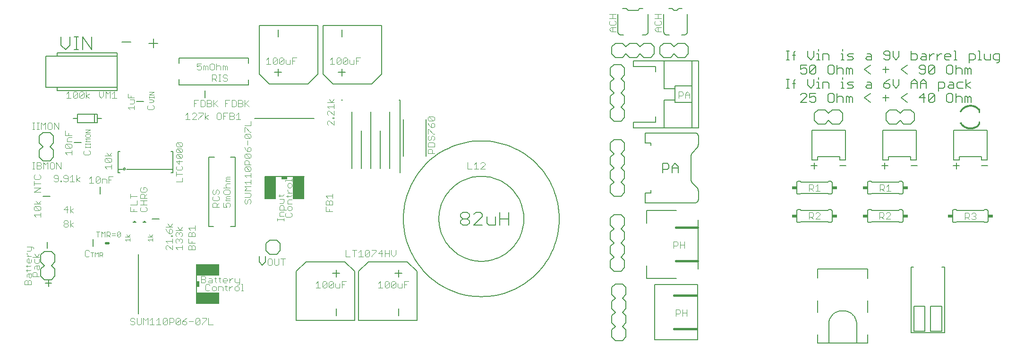
<source format=gto>
G75*
G70*
%OFA0B0*%
%FSLAX24Y24*%
%IPPOS*%
%LPD*%
%AMOC8*
5,1,8,0,0,1.08239X$1,22.5*
%
%ADD10C,0.0060*%
%ADD11C,0.0040*%
%ADD12C,0.0080*%
%ADD13C,0.0030*%
%ADD14C,0.0160*%
%ADD15C,0.0050*%
%ADD16C,0.0010*%
%ADD17R,0.0800X0.1600*%
%ADD18R,0.0400X0.0200*%
%ADD19R,0.1600X0.0800*%
%ADD20R,0.0200X0.0400*%
%ADD21C,0.0157*%
%ADD22R,0.0340X0.0240*%
%ADD23C,0.0100*%
D10*
X002081Y004756D02*
X002081Y005183D01*
X002294Y004969D02*
X001867Y004969D01*
X001981Y007456D02*
X001981Y007883D01*
X016961Y006896D02*
X016961Y006469D01*
X017175Y006256D01*
X017388Y006469D01*
X017388Y006896D01*
X045441Y012796D02*
X045441Y013436D01*
X045761Y013436D01*
X045868Y013329D01*
X045868Y013116D01*
X045761Y013009D01*
X045441Y013009D01*
X046086Y013116D02*
X046513Y013116D01*
X046513Y013223D02*
X046299Y013436D01*
X046086Y013223D01*
X046086Y012796D01*
X046513Y012796D02*
X046513Y013223D01*
X054881Y012076D02*
X054881Y011376D01*
X054883Y011359D01*
X054887Y011342D01*
X054894Y011326D01*
X054904Y011312D01*
X054917Y011299D01*
X054931Y011289D01*
X054947Y011282D01*
X054964Y011278D01*
X054981Y011276D01*
X055131Y011276D01*
X055181Y011326D01*
X057081Y011326D01*
X057131Y011276D01*
X057281Y011276D01*
X057298Y011278D01*
X057315Y011282D01*
X057331Y011289D01*
X057345Y011299D01*
X057358Y011312D01*
X057368Y011326D01*
X057375Y011342D01*
X057379Y011359D01*
X057381Y011376D01*
X057381Y012076D01*
X057379Y012093D01*
X057375Y012110D01*
X057368Y012126D01*
X057358Y012140D01*
X057345Y012153D01*
X057331Y012163D01*
X057315Y012170D01*
X057298Y012174D01*
X057281Y012176D01*
X057131Y012176D01*
X057081Y012126D01*
X055181Y012126D01*
X055131Y012176D01*
X054981Y012176D01*
X054964Y012174D01*
X054947Y012170D01*
X054931Y012163D01*
X054917Y012153D01*
X054904Y012140D01*
X054894Y012126D01*
X054887Y012110D01*
X054883Y012093D01*
X054881Y012076D01*
X056115Y013062D02*
X056115Y013489D01*
X055901Y013276D02*
X056328Y013276D01*
X057941Y013276D02*
X058368Y013276D01*
X060891Y013276D02*
X061318Y013276D01*
X061105Y013489D02*
X061105Y013062D01*
X060181Y012126D02*
X060131Y012176D01*
X059981Y012176D01*
X059964Y012174D01*
X059947Y012170D01*
X059931Y012163D01*
X059917Y012153D01*
X059904Y012140D01*
X059894Y012126D01*
X059887Y012110D01*
X059883Y012093D01*
X059881Y012076D01*
X059881Y011376D01*
X059883Y011359D01*
X059887Y011342D01*
X059894Y011326D01*
X059904Y011312D01*
X059917Y011299D01*
X059931Y011289D01*
X059947Y011282D01*
X059964Y011278D01*
X059981Y011276D01*
X060131Y011276D01*
X060181Y011326D01*
X062081Y011326D01*
X062131Y011276D01*
X062281Y011276D01*
X062298Y011278D01*
X062315Y011282D01*
X062331Y011289D01*
X062345Y011299D01*
X062358Y011312D01*
X062368Y011326D01*
X062375Y011342D01*
X062379Y011359D01*
X062381Y011376D01*
X062381Y012076D01*
X062379Y012093D01*
X062375Y012110D01*
X062368Y012126D01*
X062358Y012140D01*
X062345Y012153D01*
X062331Y012163D01*
X062315Y012170D01*
X062298Y012174D01*
X062281Y012176D01*
X062131Y012176D01*
X062081Y012126D01*
X060181Y012126D01*
X062961Y013276D02*
X063388Y013276D01*
X065941Y013276D02*
X066368Y013276D01*
X066155Y013489D02*
X066155Y013062D01*
X067941Y013276D02*
X068368Y013276D01*
X068281Y010176D02*
X068131Y010176D01*
X068081Y010126D01*
X066181Y010126D01*
X066131Y010176D01*
X065981Y010176D01*
X065964Y010174D01*
X065947Y010170D01*
X065931Y010163D01*
X065917Y010153D01*
X065904Y010140D01*
X065894Y010126D01*
X065887Y010110D01*
X065883Y010093D01*
X065881Y010076D01*
X065881Y009376D01*
X065883Y009359D01*
X065887Y009342D01*
X065894Y009326D01*
X065904Y009312D01*
X065917Y009299D01*
X065931Y009289D01*
X065947Y009282D01*
X065964Y009278D01*
X065981Y009276D01*
X066131Y009276D01*
X066181Y009326D01*
X068081Y009326D01*
X068131Y009276D01*
X068281Y009276D01*
X068298Y009278D01*
X068315Y009282D01*
X068331Y009289D01*
X068345Y009299D01*
X068358Y009312D01*
X068368Y009326D01*
X068375Y009342D01*
X068379Y009359D01*
X068381Y009376D01*
X068381Y010076D01*
X068379Y010093D01*
X068375Y010110D01*
X068368Y010126D01*
X068358Y010140D01*
X068345Y010153D01*
X068331Y010163D01*
X068315Y010170D01*
X068298Y010174D01*
X068281Y010176D01*
X062381Y010076D02*
X062381Y009376D01*
X062379Y009359D01*
X062375Y009342D01*
X062368Y009326D01*
X062358Y009312D01*
X062345Y009299D01*
X062331Y009289D01*
X062315Y009282D01*
X062298Y009278D01*
X062281Y009276D01*
X062131Y009276D01*
X062081Y009326D01*
X060181Y009326D01*
X060131Y009276D01*
X059981Y009276D01*
X059964Y009278D01*
X059947Y009282D01*
X059931Y009289D01*
X059917Y009299D01*
X059904Y009312D01*
X059894Y009326D01*
X059887Y009342D01*
X059883Y009359D01*
X059881Y009376D01*
X059881Y010076D01*
X059883Y010093D01*
X059887Y010110D01*
X059894Y010126D01*
X059904Y010140D01*
X059917Y010153D01*
X059931Y010163D01*
X059947Y010170D01*
X059964Y010174D01*
X059981Y010176D01*
X060131Y010176D01*
X060181Y010126D01*
X062081Y010126D01*
X062131Y010176D01*
X062281Y010176D01*
X062298Y010174D01*
X062315Y010170D01*
X062331Y010163D01*
X062345Y010153D01*
X062358Y010140D01*
X062368Y010126D01*
X062375Y010110D01*
X062379Y010093D01*
X062381Y010076D01*
X057381Y010076D02*
X057381Y009376D01*
X057379Y009359D01*
X057375Y009342D01*
X057368Y009326D01*
X057358Y009312D01*
X057345Y009299D01*
X057331Y009289D01*
X057315Y009282D01*
X057298Y009278D01*
X057281Y009276D01*
X057131Y009276D01*
X057081Y009326D01*
X055181Y009326D01*
X055131Y009276D01*
X054981Y009276D01*
X054964Y009278D01*
X054947Y009282D01*
X054931Y009289D01*
X054917Y009299D01*
X054904Y009312D01*
X054894Y009326D01*
X054887Y009342D01*
X054883Y009359D01*
X054881Y009376D01*
X054881Y010076D01*
X054883Y010093D01*
X054887Y010110D01*
X054894Y010126D01*
X054904Y010140D01*
X054917Y010153D01*
X054931Y010163D01*
X054947Y010170D01*
X054964Y010174D01*
X054981Y010176D01*
X055131Y010176D01*
X055181Y010126D01*
X057081Y010126D01*
X057131Y010176D01*
X057281Y010176D01*
X057298Y010174D01*
X057315Y010170D01*
X057331Y010163D01*
X057345Y010153D01*
X057358Y010140D01*
X057368Y010126D01*
X057375Y010110D01*
X057379Y010093D01*
X057381Y010076D01*
X057415Y017756D02*
X057522Y017862D01*
X057522Y018289D01*
X057415Y018396D01*
X057201Y018396D01*
X057095Y018289D01*
X057095Y017862D01*
X057201Y017756D01*
X057415Y017756D01*
X057739Y017756D02*
X057739Y018396D01*
X057846Y018183D02*
X058059Y018183D01*
X058166Y018076D01*
X058166Y017756D01*
X058384Y017756D02*
X058384Y018183D01*
X058490Y018183D01*
X058597Y018076D01*
X058704Y018183D01*
X058811Y018076D01*
X058811Y017756D01*
X058597Y017756D02*
X058597Y018076D01*
X057846Y018183D02*
X057739Y018076D01*
X056233Y018076D02*
X056233Y017862D01*
X056126Y017756D01*
X055912Y017756D01*
X055806Y017862D01*
X055806Y018076D02*
X056019Y018183D01*
X056126Y018183D01*
X056233Y018076D01*
X055806Y018076D02*
X055806Y018396D01*
X056233Y018396D01*
X056309Y018756D02*
X056523Y018756D01*
X056416Y018756D02*
X056416Y019183D01*
X056309Y019183D01*
X056416Y019396D02*
X056416Y019503D01*
X056092Y019396D02*
X056092Y018969D01*
X055878Y018756D01*
X055665Y018969D01*
X055665Y019396D01*
X055481Y019756D02*
X055268Y019756D01*
X055161Y019862D01*
X055161Y020076D02*
X055375Y020183D01*
X055481Y020183D01*
X055588Y020076D01*
X055588Y019862D01*
X055481Y019756D01*
X055806Y019862D02*
X056233Y020289D01*
X056233Y019862D01*
X056126Y019756D01*
X055912Y019756D01*
X055806Y019862D01*
X055806Y020289D01*
X055912Y020396D01*
X056126Y020396D01*
X056233Y020289D01*
X055588Y020396D02*
X055161Y020396D01*
X055161Y020076D01*
X054804Y019396D02*
X054697Y019289D01*
X054697Y018756D01*
X054375Y018756D02*
X054161Y018756D01*
X054268Y018756D02*
X054268Y019396D01*
X054161Y019396D02*
X054375Y019396D01*
X054591Y019076D02*
X054804Y019076D01*
X055268Y018396D02*
X055161Y018289D01*
X055268Y018396D02*
X055481Y018396D01*
X055588Y018289D01*
X055588Y018183D01*
X055161Y017756D01*
X055588Y017756D01*
X056739Y018756D02*
X056739Y019183D01*
X057059Y019183D01*
X057166Y019076D01*
X057166Y018756D01*
X058028Y018756D02*
X058242Y018756D01*
X058135Y018756D02*
X058135Y019183D01*
X058028Y019183D01*
X058135Y019396D02*
X058135Y019503D01*
X058166Y019756D02*
X058166Y020076D01*
X058059Y020183D01*
X057846Y020183D01*
X057739Y020076D01*
X057522Y019862D02*
X057522Y020289D01*
X057415Y020396D01*
X057201Y020396D01*
X057095Y020289D01*
X057095Y019862D01*
X057201Y019756D01*
X057415Y019756D01*
X057522Y019862D01*
X057739Y019756D02*
X057739Y020396D01*
X058384Y020183D02*
X058490Y020183D01*
X058597Y020076D01*
X058704Y020183D01*
X058811Y020076D01*
X058811Y019756D01*
X058597Y019756D02*
X058597Y020076D01*
X058384Y020183D02*
X058384Y019756D01*
X059673Y020076D02*
X060100Y019756D01*
X059673Y020076D02*
X060100Y020396D01*
X060962Y020076D02*
X061389Y020076D01*
X061175Y020289D02*
X061175Y019862D01*
X061463Y019396D02*
X061249Y019289D01*
X061036Y019076D01*
X061356Y019076D01*
X061463Y018969D01*
X061463Y018862D01*
X061356Y018756D01*
X061143Y018756D01*
X061036Y018862D01*
X061036Y019076D01*
X061681Y018969D02*
X061894Y018756D01*
X062108Y018969D01*
X062108Y019396D01*
X061681Y019396D02*
X061681Y018969D01*
X062251Y018076D02*
X062678Y018396D01*
X062970Y018756D02*
X062970Y019183D01*
X063183Y019396D01*
X063397Y019183D01*
X063397Y018756D01*
X063614Y018756D02*
X063614Y019183D01*
X063828Y019396D01*
X064041Y019183D01*
X064041Y018756D01*
X064041Y019076D02*
X063614Y019076D01*
X063397Y019076D02*
X062970Y019076D01*
X063860Y018396D02*
X063540Y018076D01*
X063967Y018076D01*
X064184Y017862D02*
X064184Y018289D01*
X064291Y018396D01*
X064505Y018396D01*
X064611Y018289D01*
X064184Y017862D01*
X064291Y017756D01*
X064505Y017756D01*
X064611Y017862D01*
X064611Y018289D01*
X064903Y018542D02*
X064903Y019183D01*
X065223Y019183D01*
X065330Y019076D01*
X065330Y018862D01*
X065223Y018756D01*
X064903Y018756D01*
X065548Y018862D02*
X065654Y018969D01*
X065975Y018969D01*
X065975Y019076D02*
X065975Y018756D01*
X065654Y018756D01*
X065548Y018862D01*
X065868Y019183D02*
X065975Y019076D01*
X065868Y019183D02*
X065654Y019183D01*
X066192Y019076D02*
X066192Y018862D01*
X066299Y018756D01*
X066619Y018756D01*
X066837Y018756D02*
X066837Y019396D01*
X066619Y019183D02*
X066299Y019183D01*
X066192Y019076D01*
X066837Y018969D02*
X067157Y018756D01*
X066837Y018969D02*
X067157Y019183D01*
X067190Y019756D02*
X067190Y020076D01*
X067083Y020183D01*
X066976Y020076D01*
X066976Y019756D01*
X066763Y019756D02*
X066763Y020183D01*
X066869Y020183D01*
X066976Y020076D01*
X066545Y020076D02*
X066545Y019756D01*
X066545Y020076D02*
X066438Y020183D01*
X066225Y020183D01*
X066118Y020076D01*
X065900Y020289D02*
X065900Y019862D01*
X065794Y019756D01*
X065580Y019756D01*
X065473Y019862D01*
X065473Y020289D01*
X065580Y020396D01*
X065794Y020396D01*
X065900Y020289D01*
X066118Y020396D02*
X066118Y019756D01*
X067052Y020542D02*
X067052Y021183D01*
X067372Y021183D01*
X067479Y021076D01*
X067479Y020862D01*
X067372Y020756D01*
X067052Y020756D01*
X067696Y020756D02*
X067910Y020756D01*
X067803Y020756D02*
X067803Y021396D01*
X067696Y021396D01*
X068126Y021183D02*
X068126Y020862D01*
X068232Y020756D01*
X068553Y020756D01*
X068553Y021183D01*
X068770Y021076D02*
X068770Y020862D01*
X068877Y020756D01*
X069197Y020756D01*
X069197Y020649D02*
X069197Y021183D01*
X068877Y021183D01*
X068770Y021076D01*
X068984Y020542D02*
X069091Y020542D01*
X069197Y020649D01*
X066191Y020756D02*
X065977Y020756D01*
X066084Y020756D02*
X066084Y021396D01*
X065977Y021396D01*
X065760Y021076D02*
X065760Y020969D01*
X065333Y020969D01*
X065333Y020862D02*
X065333Y021076D01*
X065440Y021183D01*
X065653Y021183D01*
X065760Y021076D01*
X065653Y020756D02*
X065440Y020756D01*
X065333Y020862D01*
X065116Y021183D02*
X065009Y021183D01*
X064796Y020969D01*
X064796Y020756D02*
X064796Y021183D01*
X064579Y021183D02*
X064472Y021183D01*
X064259Y020969D01*
X064259Y020756D02*
X064259Y021183D01*
X064041Y021076D02*
X064041Y020756D01*
X063721Y020756D01*
X063614Y020862D01*
X063721Y020969D01*
X064041Y020969D01*
X064041Y021076D02*
X063934Y021183D01*
X063721Y021183D01*
X063397Y021076D02*
X063290Y021183D01*
X062970Y021183D01*
X062970Y021396D02*
X062970Y020756D01*
X063290Y020756D01*
X063397Y020862D01*
X063397Y021076D01*
X062108Y020969D02*
X061894Y020756D01*
X061681Y020969D01*
X061681Y021396D01*
X061463Y021289D02*
X061356Y021396D01*
X061143Y021396D01*
X061036Y021289D01*
X061036Y021183D01*
X061143Y021076D01*
X061463Y021076D01*
X061463Y021289D02*
X061463Y020862D01*
X061356Y020756D01*
X061143Y020756D01*
X061036Y020862D01*
X060174Y020756D02*
X060174Y021076D01*
X060067Y021183D01*
X059854Y021183D01*
X059854Y020969D02*
X060174Y020969D01*
X060174Y020756D02*
X059854Y020756D01*
X059747Y020862D01*
X059854Y020969D01*
X058885Y020862D02*
X058778Y020969D01*
X058565Y020969D01*
X058458Y021076D01*
X058565Y021183D01*
X058885Y021183D01*
X058885Y020862D02*
X058778Y020756D01*
X058458Y020756D01*
X058242Y020756D02*
X058028Y020756D01*
X058135Y020756D02*
X058135Y021183D01*
X058028Y021183D01*
X058135Y021396D02*
X058135Y021503D01*
X057166Y021076D02*
X057166Y020756D01*
X057166Y021076D02*
X057059Y021183D01*
X056739Y021183D01*
X056739Y020756D01*
X056523Y020756D02*
X056309Y020756D01*
X056416Y020756D02*
X056416Y021183D01*
X056309Y021183D01*
X056416Y021396D02*
X056416Y021503D01*
X056092Y021396D02*
X056092Y020969D01*
X055878Y020756D01*
X055665Y020969D01*
X055665Y021396D01*
X054804Y021396D02*
X054697Y021289D01*
X054697Y020756D01*
X054375Y020756D02*
X054161Y020756D01*
X054268Y020756D02*
X054268Y021396D01*
X054161Y021396D02*
X054375Y021396D01*
X054591Y021076D02*
X054804Y021076D01*
X058458Y019076D02*
X058565Y019183D01*
X058885Y019183D01*
X058778Y018969D02*
X058565Y018969D01*
X058458Y019076D01*
X058458Y018756D02*
X058778Y018756D01*
X058885Y018862D01*
X058778Y018969D01*
X059747Y018862D02*
X059854Y018969D01*
X060174Y018969D01*
X060174Y019076D02*
X060174Y018756D01*
X059854Y018756D01*
X059747Y018862D01*
X060067Y019183D02*
X060174Y019076D01*
X060067Y019183D02*
X059854Y019183D01*
X060100Y018396D02*
X059673Y018076D01*
X060100Y017756D01*
X060962Y018076D02*
X061389Y018076D01*
X061175Y018289D02*
X061175Y017862D01*
X062251Y018076D02*
X062678Y017756D01*
X063860Y017756D02*
X063860Y018396D01*
X065473Y018289D02*
X065473Y017862D01*
X065580Y017756D01*
X065794Y017756D01*
X065900Y017862D01*
X065900Y018289D01*
X065794Y018396D01*
X065580Y018396D01*
X065473Y018289D01*
X066118Y018396D02*
X066118Y017756D01*
X066118Y018076D02*
X066225Y018183D01*
X066438Y018183D01*
X066545Y018076D01*
X066545Y017756D01*
X066763Y017756D02*
X066763Y018183D01*
X066869Y018183D01*
X066976Y018076D01*
X067083Y018183D01*
X067190Y018076D01*
X067190Y017756D01*
X066976Y017756D02*
X066976Y018076D01*
X064611Y019862D02*
X064505Y019756D01*
X064291Y019756D01*
X064184Y019862D01*
X064611Y020289D01*
X064611Y019862D01*
X064184Y019862D02*
X064184Y020289D01*
X064291Y020396D01*
X064505Y020396D01*
X064611Y020289D01*
X063967Y020289D02*
X063860Y020396D01*
X063647Y020396D01*
X063540Y020289D01*
X063540Y020183D01*
X063647Y020076D01*
X063967Y020076D01*
X063967Y020289D02*
X063967Y019862D01*
X063860Y019756D01*
X063647Y019756D01*
X063540Y019862D01*
X062678Y019756D02*
X062251Y020076D01*
X062678Y020396D01*
X062108Y020969D02*
X062108Y021396D01*
D11*
X007928Y002046D02*
X007851Y002122D01*
X007928Y002046D02*
X008081Y002046D01*
X008158Y002122D01*
X008158Y002199D01*
X008081Y002276D01*
X007928Y002276D01*
X007851Y002353D01*
X007851Y002429D01*
X007928Y002506D01*
X008081Y002506D01*
X008158Y002429D01*
X008311Y002506D02*
X008311Y002122D01*
X008388Y002046D01*
X008542Y002046D01*
X008618Y002122D01*
X008618Y002506D01*
X008772Y002506D02*
X008925Y002353D01*
X009079Y002506D01*
X009079Y002046D01*
X009232Y002046D02*
X009539Y002046D01*
X009692Y002046D02*
X009999Y002046D01*
X009846Y002046D02*
X009846Y002506D01*
X009692Y002353D01*
X009386Y002506D02*
X009386Y002046D01*
X008772Y002046D02*
X008772Y002506D01*
X009232Y002353D02*
X009386Y002506D01*
X010153Y002429D02*
X010153Y002122D01*
X010460Y002429D01*
X010460Y002122D01*
X010383Y002046D01*
X010229Y002046D01*
X010153Y002122D01*
X010153Y002429D02*
X010229Y002506D01*
X010383Y002506D01*
X010460Y002429D01*
X010613Y002506D02*
X010843Y002506D01*
X010920Y002429D01*
X010920Y002276D01*
X010843Y002199D01*
X010613Y002199D01*
X010613Y002046D02*
X010613Y002506D01*
X011074Y002429D02*
X011150Y002506D01*
X011304Y002506D01*
X011380Y002429D01*
X011074Y002122D01*
X011150Y002046D01*
X011304Y002046D01*
X011380Y002122D01*
X011380Y002429D01*
X011534Y002276D02*
X011687Y002429D01*
X011841Y002506D01*
X011764Y002276D02*
X011534Y002276D01*
X011534Y002122D01*
X011611Y002046D01*
X011764Y002046D01*
X011841Y002122D01*
X011841Y002199D01*
X011764Y002276D01*
X011994Y002276D02*
X012301Y002276D01*
X012455Y002122D02*
X012455Y002429D01*
X012531Y002506D01*
X012685Y002506D01*
X012761Y002429D01*
X012455Y002122D01*
X012531Y002046D01*
X012685Y002046D01*
X012761Y002122D01*
X012761Y002429D01*
X012915Y002506D02*
X013222Y002506D01*
X013222Y002429D01*
X012915Y002122D01*
X012915Y002046D01*
X013375Y002046D02*
X013682Y002046D01*
X013375Y002046D02*
X013375Y002506D01*
X011074Y002429D02*
X011074Y002122D01*
X013228Y004446D02*
X013381Y004446D01*
X013458Y004522D01*
X013611Y004522D02*
X013688Y004446D01*
X013842Y004446D01*
X013918Y004522D01*
X013918Y004676D01*
X013842Y004753D01*
X013688Y004753D01*
X013611Y004676D01*
X013611Y004522D01*
X013458Y004829D02*
X013381Y004906D01*
X013228Y004906D01*
X013151Y004829D01*
X013151Y004522D01*
X013228Y004446D01*
X013091Y005006D02*
X012861Y005006D01*
X012861Y005466D01*
X013091Y005466D01*
X013168Y005389D01*
X013168Y005313D01*
X013091Y005236D01*
X012861Y005236D01*
X013091Y005236D02*
X013168Y005159D01*
X013168Y005082D01*
X013091Y005006D01*
X013321Y005082D02*
X013398Y005159D01*
X013628Y005159D01*
X013628Y005236D02*
X013628Y005006D01*
X013398Y005006D01*
X013321Y005082D01*
X013398Y005313D02*
X013552Y005313D01*
X013628Y005236D01*
X013782Y005313D02*
X013935Y005313D01*
X013858Y005389D02*
X013858Y005082D01*
X013935Y005006D01*
X014165Y005082D02*
X014165Y005389D01*
X014089Y005313D02*
X014242Y005313D01*
X014396Y005236D02*
X014472Y005313D01*
X014626Y005313D01*
X014702Y005236D01*
X014702Y005159D01*
X014396Y005159D01*
X014396Y005082D02*
X014396Y005236D01*
X014396Y005082D02*
X014472Y005006D01*
X014626Y005006D01*
X014609Y004829D02*
X014609Y004522D01*
X014686Y004446D01*
X014839Y004446D02*
X014839Y004753D01*
X014992Y004753D02*
X015069Y004753D01*
X014992Y004753D02*
X014839Y004599D01*
X014686Y004753D02*
X014532Y004753D01*
X014379Y004676D02*
X014379Y004446D01*
X014379Y004676D02*
X014302Y004753D01*
X014072Y004753D01*
X014072Y004446D01*
X015223Y004522D02*
X015223Y004676D01*
X015299Y004753D01*
X015453Y004753D01*
X015529Y004676D01*
X015529Y004522D01*
X015453Y004446D01*
X015299Y004446D01*
X015223Y004522D01*
X015393Y004852D02*
X015470Y004852D01*
X015546Y004929D01*
X015546Y005313D01*
X015239Y005313D02*
X015239Y005082D01*
X015316Y005006D01*
X015546Y005006D01*
X015683Y004906D02*
X015760Y004906D01*
X015760Y004446D01*
X015836Y004446D02*
X015683Y004446D01*
X014856Y005006D02*
X014856Y005313D01*
X015009Y005313D02*
X015086Y005313D01*
X015009Y005313D02*
X014856Y005159D01*
X014242Y005006D02*
X014165Y005082D01*
X017551Y006322D02*
X017628Y006246D01*
X017781Y006246D01*
X017858Y006322D01*
X017858Y006629D01*
X017781Y006706D01*
X017628Y006706D01*
X017551Y006629D01*
X017551Y006322D01*
X018011Y006322D02*
X018011Y006706D01*
X018318Y006706D02*
X018318Y006322D01*
X018242Y006246D01*
X018088Y006246D01*
X018011Y006322D01*
X018472Y006706D02*
X018779Y006706D01*
X018625Y006706D02*
X018625Y006246D01*
X020951Y004953D02*
X021104Y005106D01*
X021104Y004646D01*
X020951Y004646D02*
X021258Y004646D01*
X021411Y004722D02*
X021488Y004646D01*
X021642Y004646D01*
X021718Y004722D01*
X021718Y005029D01*
X021411Y004722D01*
X021411Y005029D01*
X021488Y005106D01*
X021642Y005106D01*
X021718Y005029D01*
X021872Y005029D02*
X021872Y004722D01*
X022179Y005029D01*
X022179Y004722D01*
X022102Y004646D01*
X021948Y004646D01*
X021872Y004722D01*
X021872Y005029D02*
X021948Y005106D01*
X022102Y005106D01*
X022179Y005029D01*
X022332Y004953D02*
X022332Y004722D01*
X022409Y004646D01*
X022639Y004646D01*
X022639Y004953D01*
X022792Y004876D02*
X022946Y004876D01*
X022792Y005106D02*
X023099Y005106D01*
X022792Y005106D02*
X022792Y004646D01*
X025351Y004646D02*
X025658Y004646D01*
X025504Y004646D02*
X025504Y005106D01*
X025351Y004953D01*
X025811Y005029D02*
X025888Y005106D01*
X026042Y005106D01*
X026118Y005029D01*
X025811Y004722D01*
X025888Y004646D01*
X026042Y004646D01*
X026118Y004722D01*
X026118Y005029D01*
X026272Y005029D02*
X026348Y005106D01*
X026502Y005106D01*
X026579Y005029D01*
X026272Y004722D01*
X026348Y004646D01*
X026502Y004646D01*
X026579Y004722D01*
X026579Y005029D01*
X026732Y004953D02*
X026732Y004722D01*
X026809Y004646D01*
X027039Y004646D01*
X027039Y004953D01*
X027192Y004876D02*
X027346Y004876D01*
X027192Y005106D02*
X027499Y005106D01*
X027192Y005106D02*
X027192Y004646D01*
X026272Y004722D02*
X026272Y005029D01*
X025811Y005029D02*
X025811Y004722D01*
X025813Y006846D02*
X025813Y007306D01*
X025583Y007306D02*
X025353Y007076D01*
X025660Y007076D01*
X025813Y007076D02*
X026120Y007076D01*
X026274Y006999D02*
X026427Y006846D01*
X026580Y006999D01*
X026580Y007306D01*
X026274Y007306D02*
X026274Y006999D01*
X026120Y006846D02*
X026120Y007306D01*
X025583Y007306D02*
X025583Y006846D01*
X025199Y007229D02*
X024892Y006922D01*
X024892Y006846D01*
X024739Y006922D02*
X024662Y006846D01*
X024509Y006846D01*
X024432Y006922D01*
X024739Y007229D01*
X024739Y006922D01*
X024432Y006922D02*
X024432Y007229D01*
X024509Y007306D01*
X024662Y007306D01*
X024739Y007229D01*
X024892Y007306D02*
X025199Y007306D01*
X025199Y007229D01*
X024279Y006846D02*
X023972Y006846D01*
X024125Y006846D02*
X024125Y007306D01*
X023972Y007153D01*
X023818Y007306D02*
X023511Y007306D01*
X023665Y007306D02*
X023665Y006846D01*
X023358Y006846D02*
X023051Y006846D01*
X023051Y007306D01*
X018701Y009396D02*
X018701Y009549D01*
X018701Y009472D02*
X018241Y009472D01*
X018241Y009396D02*
X018241Y009549D01*
X018394Y009703D02*
X018394Y009933D01*
X018471Y010009D01*
X018701Y010009D01*
X018791Y009886D02*
X018791Y009732D01*
X018867Y009656D01*
X019174Y009656D01*
X019251Y009732D01*
X019251Y009886D01*
X019174Y009963D01*
X019174Y010116D02*
X019251Y010193D01*
X019251Y010346D01*
X019174Y010423D01*
X019021Y010423D01*
X018944Y010346D01*
X018944Y010193D01*
X019021Y010116D01*
X019174Y010116D01*
X018854Y010163D02*
X018394Y010163D01*
X018394Y010393D01*
X018471Y010470D01*
X018624Y010470D01*
X018701Y010393D01*
X018701Y010163D01*
X018867Y009963D02*
X018791Y009886D01*
X018701Y009703D02*
X018394Y009703D01*
X018944Y010576D02*
X018944Y010807D01*
X019021Y010883D01*
X019251Y010883D01*
X019174Y011113D02*
X019251Y011190D01*
X019174Y011113D02*
X018867Y011113D01*
X018944Y011037D02*
X018944Y011190D01*
X018944Y011344D02*
X019251Y011344D01*
X019098Y011344D02*
X018944Y011497D01*
X018944Y011574D01*
X019021Y011727D02*
X018944Y011804D01*
X018944Y011957D01*
X019021Y012034D01*
X019174Y012034D01*
X019251Y011957D01*
X019251Y011804D01*
X019174Y011727D01*
X019021Y011727D01*
X019251Y012188D02*
X019251Y012341D01*
X019251Y012264D02*
X018791Y012264D01*
X018791Y012188D01*
X016371Y012130D02*
X015911Y012130D01*
X016064Y011977D01*
X015911Y011823D02*
X016371Y011823D01*
X016371Y011977D02*
X016371Y012284D01*
X016371Y012437D02*
X016371Y012744D01*
X016371Y012591D02*
X015911Y012591D01*
X016064Y012437D01*
X015987Y012897D02*
X015911Y012974D01*
X015911Y013128D01*
X015987Y013204D01*
X016294Y012897D01*
X016371Y012974D01*
X016371Y013128D01*
X016294Y013204D01*
X015987Y013204D01*
X015911Y013358D02*
X015911Y013588D01*
X015987Y013665D01*
X016141Y013665D01*
X016218Y013588D01*
X016218Y013358D01*
X016371Y013358D02*
X015911Y013358D01*
X015987Y013818D02*
X015911Y013895D01*
X015911Y014048D01*
X015987Y014125D01*
X016294Y013818D01*
X016371Y013895D01*
X016371Y014048D01*
X016294Y014125D01*
X015987Y014125D01*
X016141Y014279D02*
X016141Y014509D01*
X016218Y014585D01*
X016294Y014585D01*
X016371Y014509D01*
X016371Y014355D01*
X016294Y014279D01*
X016141Y014279D01*
X015987Y014432D01*
X015911Y014585D01*
X016141Y014739D02*
X016141Y015046D01*
X016294Y015199D02*
X015987Y015199D01*
X015911Y015276D01*
X015911Y015429D01*
X015987Y015506D01*
X016294Y015199D01*
X016371Y015276D01*
X016371Y015429D01*
X016294Y015506D01*
X015987Y015506D01*
X015911Y015660D02*
X015911Y015966D01*
X015987Y015966D01*
X016294Y015660D01*
X016371Y015660D01*
X016371Y016120D02*
X015911Y016120D01*
X016371Y016120D02*
X016371Y016427D01*
X015639Y016546D02*
X015332Y016546D01*
X015486Y016546D02*
X015486Y017006D01*
X015332Y016853D01*
X015179Y016853D02*
X015102Y016776D01*
X014872Y016776D01*
X015102Y016776D02*
X015179Y016699D01*
X015179Y016622D01*
X015102Y016546D01*
X014872Y016546D01*
X014872Y017006D01*
X015102Y017006D01*
X015179Y016929D01*
X015179Y016853D01*
X014718Y017006D02*
X014411Y017006D01*
X014411Y016546D01*
X014258Y016622D02*
X014258Y016929D01*
X014181Y017006D01*
X014028Y017006D01*
X013951Y016929D01*
X013951Y016622D01*
X014028Y016546D01*
X014181Y016546D01*
X014258Y016622D01*
X014411Y016776D02*
X014565Y016776D01*
X013362Y016853D02*
X013132Y016699D01*
X013362Y016546D01*
X013132Y016546D02*
X013132Y017006D01*
X012979Y017006D02*
X012979Y016929D01*
X012672Y016622D01*
X012672Y016546D01*
X012518Y016546D02*
X012211Y016546D01*
X012518Y016853D01*
X012518Y016929D01*
X012442Y017006D01*
X012288Y017006D01*
X012211Y016929D01*
X011904Y017006D02*
X011904Y016546D01*
X011751Y016546D02*
X012058Y016546D01*
X011751Y016853D02*
X011904Y017006D01*
X012351Y017446D02*
X012351Y017906D01*
X012658Y017906D01*
X012811Y017906D02*
X013042Y017906D01*
X013118Y017829D01*
X013118Y017522D01*
X013042Y017446D01*
X012811Y017446D01*
X012811Y017906D01*
X012504Y017676D02*
X012351Y017676D01*
X013272Y017676D02*
X013502Y017676D01*
X013579Y017599D01*
X013579Y017522D01*
X013502Y017446D01*
X013272Y017446D01*
X013272Y017906D01*
X013502Y017906D01*
X013579Y017829D01*
X013579Y017753D01*
X013502Y017676D01*
X013732Y017599D02*
X014039Y017906D01*
X013732Y017906D02*
X013732Y017446D01*
X013809Y017676D02*
X014039Y017446D01*
X014551Y017446D02*
X014551Y017906D01*
X014858Y017906D01*
X015011Y017906D02*
X015242Y017906D01*
X015318Y017829D01*
X015318Y017522D01*
X015242Y017446D01*
X015011Y017446D01*
X015011Y017906D01*
X014704Y017676D02*
X014551Y017676D01*
X015472Y017676D02*
X015702Y017676D01*
X015779Y017599D01*
X015779Y017522D01*
X015702Y017446D01*
X015472Y017446D01*
X015472Y017906D01*
X015702Y017906D01*
X015779Y017829D01*
X015779Y017753D01*
X015702Y017676D01*
X015932Y017599D02*
X016239Y017906D01*
X015932Y017906D02*
X015932Y017446D01*
X016009Y017676D02*
X016239Y017446D01*
X012979Y017006D02*
X012672Y017006D01*
X009511Y017322D02*
X009434Y017246D01*
X009127Y017246D01*
X009051Y017322D01*
X009051Y017476D01*
X009127Y017553D01*
X009434Y017553D02*
X009511Y017476D01*
X009511Y017322D01*
X008111Y017382D02*
X007701Y017382D01*
X007837Y017246D01*
X008111Y017246D02*
X008111Y017519D01*
X008043Y017660D02*
X008111Y017728D01*
X008111Y017934D01*
X007837Y017934D01*
X007906Y018074D02*
X007906Y018211D01*
X008111Y018074D02*
X007701Y018074D01*
X007701Y018348D01*
X006879Y018046D02*
X006572Y018046D01*
X006725Y018046D02*
X006725Y018506D01*
X006572Y018353D01*
X006418Y018506D02*
X006418Y018046D01*
X006111Y018046D02*
X006111Y018506D01*
X006265Y018353D01*
X006418Y018506D01*
X005958Y018506D02*
X005958Y018199D01*
X005804Y018046D01*
X005651Y018199D01*
X005651Y018506D01*
X004962Y018353D02*
X004732Y018199D01*
X004962Y018046D01*
X004732Y018046D02*
X004732Y018506D01*
X004579Y018429D02*
X004272Y018122D01*
X004348Y018046D01*
X004502Y018046D01*
X004579Y018122D01*
X004579Y018429D01*
X004502Y018506D01*
X004348Y018506D01*
X004272Y018429D01*
X004272Y018122D01*
X004118Y018122D02*
X004042Y018046D01*
X003888Y018046D01*
X003811Y018122D01*
X004118Y018429D01*
X004118Y018122D01*
X003811Y018122D02*
X003811Y018429D01*
X003888Y018506D01*
X004042Y018506D01*
X004118Y018429D01*
X003504Y018506D02*
X003351Y018353D01*
X003504Y018506D02*
X003504Y018046D01*
X003351Y018046D02*
X003658Y018046D01*
X002792Y016306D02*
X002792Y015846D01*
X002486Y016306D01*
X002486Y015846D01*
X002332Y015922D02*
X002332Y016229D01*
X002255Y016306D01*
X002102Y016306D01*
X002025Y016229D01*
X002025Y015922D01*
X002102Y015846D01*
X002255Y015846D01*
X002332Y015922D01*
X001872Y015846D02*
X001872Y016306D01*
X001718Y016153D01*
X001565Y016306D01*
X001565Y015846D01*
X001411Y015846D02*
X001258Y015846D01*
X001335Y015846D02*
X001335Y016306D01*
X001411Y016306D02*
X001258Y016306D01*
X001104Y016306D02*
X000951Y016306D01*
X001028Y016306D02*
X001028Y015846D01*
X001104Y015846D02*
X000951Y015846D01*
X003251Y015734D02*
X003251Y015427D01*
X003711Y015427D01*
X003711Y015273D02*
X003481Y015273D01*
X003404Y015197D01*
X003404Y014966D01*
X003711Y014966D01*
X003634Y014813D02*
X003711Y014736D01*
X003711Y014583D01*
X003634Y014506D01*
X003327Y014813D01*
X003634Y014813D01*
X003327Y014813D02*
X003251Y014736D01*
X003251Y014583D01*
X003327Y014506D01*
X003634Y014506D01*
X003711Y014353D02*
X003711Y014046D01*
X003711Y014199D02*
X003251Y014199D01*
X003404Y014046D01*
X002946Y013506D02*
X002946Y013046D01*
X002639Y013506D01*
X002639Y013046D01*
X002486Y013122D02*
X002486Y013429D01*
X002409Y013506D01*
X002255Y013506D01*
X002179Y013429D01*
X002179Y013122D01*
X002255Y013046D01*
X002409Y013046D01*
X002486Y013122D01*
X002025Y013046D02*
X002025Y013506D01*
X001872Y013353D01*
X001718Y013506D01*
X001718Y013046D01*
X001565Y013122D02*
X001488Y013046D01*
X001258Y013046D01*
X001258Y013506D01*
X001488Y013506D01*
X001565Y013429D01*
X001565Y013353D01*
X001488Y013276D01*
X001258Y013276D01*
X001488Y013276D02*
X001565Y013199D01*
X001565Y013122D01*
X001104Y013046D02*
X000951Y013046D01*
X001028Y013046D02*
X001028Y013506D01*
X001104Y013506D02*
X000951Y013506D01*
X001127Y012638D02*
X001051Y012561D01*
X001051Y012408D01*
X001127Y012331D01*
X001434Y012331D01*
X001511Y012408D01*
X001511Y012561D01*
X001434Y012638D01*
X001051Y012178D02*
X001051Y011871D01*
X001051Y012024D02*
X001511Y012024D01*
X001511Y011717D02*
X001051Y011717D01*
X001051Y011410D02*
X001511Y011717D01*
X001511Y011410D02*
X001051Y011410D01*
X002451Y012222D02*
X002528Y012146D01*
X002681Y012146D01*
X002758Y012222D01*
X002758Y012529D01*
X002681Y012606D01*
X002528Y012606D01*
X002451Y012529D01*
X002451Y012453D01*
X002528Y012376D01*
X002758Y012376D01*
X002911Y012222D02*
X002911Y012146D01*
X002988Y012146D01*
X002988Y012222D01*
X002911Y012222D01*
X003142Y012222D02*
X003218Y012146D01*
X003372Y012146D01*
X003448Y012222D01*
X003448Y012529D01*
X003372Y012606D01*
X003218Y012606D01*
X003142Y012529D01*
X003142Y012453D01*
X003218Y012376D01*
X003448Y012376D01*
X003602Y012453D02*
X003755Y012606D01*
X003755Y012146D01*
X003602Y012146D02*
X003909Y012146D01*
X004062Y012146D02*
X004062Y012606D01*
X004292Y012453D02*
X004062Y012299D01*
X004292Y012146D01*
X004951Y012046D02*
X005258Y012046D01*
X005104Y012046D02*
X005104Y012506D01*
X004951Y012353D01*
X005411Y012429D02*
X005411Y012122D01*
X005718Y012429D01*
X005718Y012122D01*
X005642Y012046D01*
X005488Y012046D01*
X005411Y012122D01*
X005872Y012046D02*
X005872Y012353D01*
X006102Y012353D01*
X006179Y012276D01*
X006179Y012046D01*
X006332Y012046D02*
X006332Y012506D01*
X006639Y012506D01*
X006486Y012276D02*
X006332Y012276D01*
X005718Y012429D02*
X005642Y012506D01*
X005488Y012506D01*
X005411Y012429D01*
X006051Y013199D02*
X006204Y013046D01*
X006051Y013199D02*
X006511Y013199D01*
X006511Y013046D02*
X006511Y013353D01*
X006434Y013506D02*
X006127Y013506D01*
X006051Y013583D01*
X006051Y013736D01*
X006127Y013813D01*
X006434Y013506D01*
X006511Y013583D01*
X006511Y013736D01*
X006434Y013813D01*
X006127Y013813D01*
X006051Y013966D02*
X006511Y013966D01*
X006358Y013966D02*
X006204Y014197D01*
X006358Y013966D02*
X006511Y014197D01*
X005011Y014122D02*
X005011Y014276D01*
X004934Y014353D01*
X005011Y014122D02*
X004934Y014046D01*
X004627Y014046D01*
X004551Y014122D01*
X004551Y014276D01*
X004627Y014353D01*
X003481Y015427D02*
X003481Y015580D01*
X007837Y017660D02*
X008043Y017660D01*
X013626Y019249D02*
X013626Y019709D01*
X013856Y019709D01*
X013933Y019632D01*
X013933Y019479D01*
X013856Y019402D01*
X013626Y019402D01*
X013779Y019402D02*
X013933Y019249D01*
X014086Y019249D02*
X014239Y019249D01*
X014163Y019249D02*
X014163Y019709D01*
X014239Y019709D02*
X014086Y019709D01*
X014393Y019632D02*
X014470Y019709D01*
X014623Y019709D01*
X014700Y019632D01*
X014623Y019479D02*
X014700Y019402D01*
X014700Y019326D01*
X014623Y019249D01*
X014470Y019249D01*
X014393Y019326D01*
X014470Y019479D02*
X014623Y019479D01*
X014470Y019479D02*
X014393Y019556D01*
X014393Y019632D01*
X014393Y020036D02*
X014393Y020343D01*
X014470Y020343D01*
X014546Y020266D01*
X014623Y020343D01*
X014700Y020266D01*
X014700Y020036D01*
X014546Y020036D02*
X014546Y020266D01*
X014239Y020266D02*
X014239Y020036D01*
X014239Y020266D02*
X014163Y020343D01*
X014009Y020343D01*
X013933Y020266D01*
X013779Y020113D02*
X013779Y020420D01*
X013702Y020497D01*
X013549Y020497D01*
X013472Y020420D01*
X013472Y020113D01*
X013549Y020036D01*
X013702Y020036D01*
X013779Y020113D01*
X013933Y020036D02*
X013933Y020497D01*
X013319Y020266D02*
X013319Y020036D01*
X013165Y020036D02*
X013165Y020266D01*
X013242Y020343D01*
X013319Y020266D01*
X013165Y020266D02*
X013089Y020343D01*
X013012Y020343D01*
X013012Y020036D01*
X012858Y020113D02*
X012782Y020036D01*
X012628Y020036D01*
X012551Y020113D01*
X012551Y020266D02*
X012705Y020343D01*
X012782Y020343D01*
X012858Y020266D01*
X012858Y020113D01*
X012551Y020266D02*
X012551Y020497D01*
X012858Y020497D01*
X017451Y020446D02*
X017758Y020446D01*
X017604Y020446D02*
X017604Y020906D01*
X017451Y020753D01*
X017911Y020829D02*
X017911Y020522D01*
X018218Y020829D01*
X018218Y020522D01*
X018142Y020446D01*
X017988Y020446D01*
X017911Y020522D01*
X017911Y020829D02*
X017988Y020906D01*
X018142Y020906D01*
X018218Y020829D01*
X018372Y020829D02*
X018372Y020522D01*
X018679Y020829D01*
X018679Y020522D01*
X018602Y020446D01*
X018448Y020446D01*
X018372Y020522D01*
X018372Y020829D02*
X018448Y020906D01*
X018602Y020906D01*
X018679Y020829D01*
X018832Y020753D02*
X018832Y020522D01*
X018909Y020446D01*
X019139Y020446D01*
X019139Y020753D01*
X019292Y020676D02*
X019446Y020676D01*
X019292Y020906D02*
X019599Y020906D01*
X019292Y020906D02*
X019292Y020446D01*
X021951Y020446D02*
X022258Y020446D01*
X022104Y020446D02*
X022104Y020906D01*
X021951Y020753D01*
X022411Y020829D02*
X022488Y020906D01*
X022642Y020906D01*
X022718Y020829D01*
X022411Y020522D01*
X022488Y020446D01*
X022642Y020446D01*
X022718Y020522D01*
X022718Y020829D01*
X022872Y020829D02*
X022948Y020906D01*
X023102Y020906D01*
X023179Y020829D01*
X022872Y020522D01*
X022948Y020446D01*
X023102Y020446D01*
X023179Y020522D01*
X023179Y020829D01*
X023332Y020753D02*
X023332Y020522D01*
X023409Y020446D01*
X023639Y020446D01*
X023639Y020753D01*
X023792Y020676D02*
X023946Y020676D01*
X023792Y020906D02*
X024099Y020906D01*
X023792Y020906D02*
X023792Y020446D01*
X022872Y020522D02*
X022872Y020829D01*
X022411Y020829D02*
X022411Y020522D01*
X022211Y017992D02*
X022058Y017762D01*
X021904Y017992D01*
X021751Y017762D02*
X022211Y017762D01*
X022211Y017608D02*
X022211Y017302D01*
X022211Y017455D02*
X021751Y017455D01*
X021904Y017302D01*
X021904Y017148D02*
X021827Y017148D01*
X021751Y017071D01*
X021751Y016918D01*
X021827Y016841D01*
X021904Y017148D02*
X022211Y016841D01*
X022211Y017148D01*
X022211Y016688D02*
X022211Y016611D01*
X022134Y016611D01*
X022134Y016688D01*
X022211Y016688D01*
X022211Y016458D02*
X022211Y016151D01*
X021904Y016458D01*
X021827Y016458D01*
X021751Y016381D01*
X021751Y016227D01*
X021827Y016151D01*
X016294Y013818D02*
X015987Y013818D01*
X015987Y012897D02*
X016294Y012897D01*
X014902Y012492D02*
X014671Y012492D01*
X014595Y012415D01*
X014671Y012338D01*
X014902Y012338D01*
X014902Y012185D02*
X014595Y012185D01*
X014595Y012261D01*
X014671Y012338D01*
X014671Y012031D02*
X014902Y012031D01*
X014671Y012031D02*
X014595Y011955D01*
X014595Y011801D01*
X014671Y011724D01*
X014518Y011571D02*
X014441Y011494D01*
X014441Y011341D01*
X014518Y011264D01*
X014825Y011264D01*
X014902Y011341D01*
X014902Y011494D01*
X014825Y011571D01*
X014518Y011571D01*
X014441Y011724D02*
X014902Y011724D01*
X014114Y011494D02*
X014114Y011341D01*
X014037Y011264D01*
X014037Y011111D02*
X014114Y011034D01*
X014114Y010880D01*
X014037Y010804D01*
X013731Y010804D01*
X013654Y010880D01*
X013654Y011034D01*
X013731Y011111D01*
X013731Y011264D02*
X013807Y011264D01*
X013884Y011341D01*
X013884Y011494D01*
X013961Y011571D01*
X014037Y011571D01*
X014114Y011494D01*
X013731Y011571D02*
X013654Y011494D01*
X013654Y011341D01*
X013731Y011264D01*
X014595Y011034D02*
X014671Y011111D01*
X014902Y011111D01*
X014902Y010957D02*
X014671Y010957D01*
X014595Y011034D01*
X014671Y010957D02*
X014595Y010880D01*
X014595Y010804D01*
X014902Y010804D01*
X014825Y010650D02*
X014902Y010573D01*
X014902Y010420D01*
X014825Y010343D01*
X014671Y010343D02*
X014595Y010497D01*
X014595Y010573D01*
X014671Y010650D01*
X014825Y010650D01*
X014671Y010343D02*
X014441Y010343D01*
X014441Y010650D01*
X014114Y010650D02*
X013961Y010497D01*
X013961Y010573D02*
X013961Y010343D01*
X014114Y010343D02*
X013654Y010343D01*
X013654Y010573D01*
X013731Y010650D01*
X013884Y010650D01*
X013961Y010573D01*
X015911Y010672D02*
X015987Y010596D01*
X016064Y010596D01*
X016141Y010672D01*
X016141Y010826D01*
X016218Y010903D01*
X016294Y010903D01*
X016371Y010826D01*
X016371Y010672D01*
X016294Y010596D01*
X015911Y010672D02*
X015911Y010826D01*
X015987Y010903D01*
X015911Y011056D02*
X016294Y011056D01*
X016371Y011133D01*
X016371Y011286D01*
X016294Y011363D01*
X015911Y011363D01*
X015911Y011516D02*
X016064Y011670D01*
X015911Y011823D01*
X015911Y011516D02*
X016371Y011516D01*
X018317Y011160D02*
X018624Y011160D01*
X018701Y011237D01*
X018394Y011237D02*
X018394Y011084D01*
X018394Y010930D02*
X018701Y010930D01*
X018701Y010700D01*
X018624Y010623D01*
X018394Y010623D01*
X018944Y010576D02*
X019251Y010576D01*
X021651Y010525D02*
X021651Y010755D01*
X021727Y010832D01*
X021804Y010832D01*
X021881Y010755D01*
X021881Y010525D01*
X022111Y010525D02*
X022111Y010755D01*
X022034Y010832D01*
X021958Y010832D01*
X021881Y010755D01*
X021804Y010985D02*
X021651Y011139D01*
X022111Y011139D01*
X022111Y011292D02*
X022111Y010985D01*
X022111Y010525D02*
X021651Y010525D01*
X021651Y010371D02*
X021651Y010065D01*
X022111Y010065D01*
X021881Y010065D02*
X021881Y010218D01*
X012411Y009034D02*
X012411Y008727D01*
X012411Y008880D02*
X011951Y008880D01*
X012104Y008727D01*
X012104Y008573D02*
X012181Y008497D01*
X012181Y008266D01*
X012411Y008266D02*
X012411Y008497D01*
X012334Y008573D01*
X012258Y008573D01*
X012181Y008497D01*
X012104Y008573D02*
X012027Y008573D01*
X011951Y008497D01*
X011951Y008266D01*
X012411Y008266D01*
X012181Y007959D02*
X012181Y007806D01*
X012258Y007653D02*
X012334Y007653D01*
X012411Y007576D01*
X012411Y007346D01*
X011951Y007346D01*
X011951Y007576D01*
X012027Y007653D01*
X012104Y007653D01*
X012181Y007576D01*
X012181Y007346D01*
X012181Y007576D02*
X012258Y007653D01*
X012411Y007806D02*
X011951Y007806D01*
X011951Y008113D01*
X011511Y008036D02*
X011511Y007883D01*
X011434Y007806D01*
X011511Y007653D02*
X011511Y007346D01*
X011511Y007499D02*
X011051Y007499D01*
X011204Y007346D01*
X010811Y007346D02*
X010504Y007653D01*
X010427Y007653D01*
X010351Y007576D01*
X010351Y007422D01*
X010427Y007346D01*
X010811Y007346D02*
X010811Y007653D01*
X010811Y007806D02*
X010811Y008113D01*
X010811Y008266D02*
X010811Y008343D01*
X010734Y008343D01*
X010734Y008266D01*
X010811Y008266D01*
X010734Y008497D02*
X010811Y008573D01*
X010811Y008727D01*
X010734Y008803D01*
X010658Y008803D01*
X010581Y008727D01*
X010581Y008497D01*
X010734Y008497D01*
X010581Y008497D02*
X010427Y008650D01*
X010351Y008803D01*
X010351Y008957D02*
X010811Y008957D01*
X010658Y008957D02*
X010504Y009187D01*
X010658Y008957D02*
X010811Y009187D01*
X011204Y008957D02*
X011358Y008727D01*
X011511Y008957D01*
X011511Y008727D02*
X011051Y008727D01*
X011127Y008573D02*
X011204Y008573D01*
X011281Y008497D01*
X011358Y008573D01*
X011434Y008573D01*
X011511Y008497D01*
X011511Y008343D01*
X011434Y008266D01*
X011434Y008113D02*
X011511Y008036D01*
X011434Y008113D02*
X011358Y008113D01*
X011281Y008036D01*
X011281Y007959D01*
X011281Y008036D02*
X011204Y008113D01*
X011127Y008113D01*
X011051Y008036D01*
X011051Y007883D01*
X011127Y007806D01*
X010811Y007959D02*
X010351Y007959D01*
X010504Y007806D01*
X011051Y008343D02*
X011127Y008266D01*
X011051Y008343D02*
X011051Y008497D01*
X011127Y008573D01*
X011281Y008497D02*
X011281Y008420D01*
X009011Y010122D02*
X008934Y010046D01*
X008627Y010046D01*
X008551Y010122D01*
X008551Y010276D01*
X008627Y010353D01*
X008551Y010506D02*
X009011Y010506D01*
X008934Y010353D02*
X009011Y010276D01*
X009011Y010122D01*
X008781Y010506D02*
X008781Y010813D01*
X008858Y010966D02*
X008858Y011197D01*
X008781Y011273D01*
X008627Y011273D01*
X008551Y011197D01*
X008551Y010966D01*
X009011Y010966D01*
X009011Y010813D02*
X008551Y010813D01*
X008311Y010813D02*
X008311Y010506D01*
X007851Y010506D01*
X007851Y010353D02*
X007851Y010046D01*
X008311Y010046D01*
X008081Y010046D02*
X008081Y010199D01*
X007851Y010966D02*
X007851Y011273D01*
X007851Y011120D02*
X008311Y011120D01*
X008627Y011427D02*
X008934Y011427D01*
X009011Y011503D01*
X009011Y011657D01*
X008934Y011734D01*
X008781Y011734D01*
X008781Y011580D01*
X008627Y011427D02*
X008551Y011503D01*
X008551Y011657D01*
X008627Y011734D01*
X009011Y011273D02*
X008858Y011120D01*
X011101Y012146D02*
X011511Y012146D01*
X011511Y012419D01*
X011511Y012697D02*
X011101Y012697D01*
X011101Y012560D02*
X011101Y012834D01*
X011169Y012974D02*
X011443Y012974D01*
X011511Y013043D01*
X011511Y013179D01*
X011443Y013248D01*
X011306Y013389D02*
X011306Y013662D01*
X011443Y013803D02*
X011169Y013803D01*
X011101Y013871D01*
X011101Y014008D01*
X011169Y014077D01*
X011443Y013803D01*
X011511Y013871D01*
X011511Y014008D01*
X011443Y014077D01*
X011169Y014077D01*
X011169Y014217D02*
X011101Y014286D01*
X011101Y014422D01*
X011169Y014491D01*
X011443Y014217D01*
X011511Y014286D01*
X011511Y014422D01*
X011443Y014491D01*
X011169Y014491D01*
X011169Y014632D02*
X011101Y014700D01*
X011101Y014837D01*
X011169Y014905D01*
X011443Y014632D01*
X011511Y014700D01*
X011511Y014837D01*
X011443Y014905D01*
X011169Y014905D01*
X011169Y014632D02*
X011443Y014632D01*
X011443Y014217D02*
X011169Y014217D01*
X011101Y013594D02*
X011306Y013389D01*
X011169Y013248D02*
X011101Y013179D01*
X011101Y013043D01*
X011169Y012974D01*
X011101Y013594D02*
X011511Y013594D01*
X003611Y010406D02*
X003611Y009946D01*
X003611Y010099D02*
X003842Y009946D01*
X003611Y010099D02*
X003842Y010253D01*
X003458Y010176D02*
X003151Y010176D01*
X003381Y010406D01*
X003381Y009946D01*
X003381Y009406D02*
X003458Y009329D01*
X003458Y009253D01*
X003381Y009176D01*
X003228Y009176D01*
X003151Y009253D01*
X003151Y009329D01*
X003228Y009406D01*
X003381Y009406D01*
X003381Y009176D02*
X003458Y009099D01*
X003458Y009022D01*
X003381Y008946D01*
X003228Y008946D01*
X003151Y009022D01*
X003151Y009099D01*
X003228Y009176D01*
X003611Y009099D02*
X003842Y008946D01*
X003611Y008946D02*
X003611Y009406D01*
X003842Y009253D02*
X003611Y009099D01*
X001511Y009646D02*
X001511Y009953D01*
X001511Y009799D02*
X001051Y009799D01*
X001204Y009646D01*
X001127Y010106D02*
X001051Y010183D01*
X001051Y010336D01*
X001127Y010413D01*
X001434Y010106D01*
X001511Y010183D01*
X001511Y010336D01*
X001434Y010413D01*
X001127Y010413D01*
X001051Y010566D02*
X001511Y010566D01*
X001358Y010566D02*
X001204Y010797D01*
X001358Y010566D02*
X001511Y010797D01*
X001434Y010106D02*
X001127Y010106D01*
X000938Y007561D02*
X000554Y007561D01*
X000554Y007254D02*
X000784Y007254D01*
X000861Y007331D01*
X000861Y007561D01*
X000938Y007561D02*
X001014Y007484D01*
X001014Y007408D01*
X001104Y007057D02*
X001258Y006827D01*
X001411Y007057D01*
X001411Y006827D02*
X000951Y006827D01*
X000861Y006871D02*
X000554Y006871D01*
X000554Y007024D02*
X000554Y007101D01*
X000554Y007024D02*
X000708Y006871D01*
X000708Y006717D02*
X000631Y006717D01*
X000554Y006640D01*
X000554Y006487D01*
X000631Y006410D01*
X000784Y006410D01*
X000861Y006487D01*
X000861Y006640D01*
X000708Y006717D02*
X000708Y006410D01*
X000861Y006257D02*
X000784Y006180D01*
X000477Y006180D01*
X000554Y006103D02*
X000554Y006257D01*
X000554Y005950D02*
X000554Y005796D01*
X000477Y005873D02*
X000784Y005873D01*
X000861Y005950D01*
X001104Y005983D02*
X001104Y006136D01*
X001181Y006213D01*
X001411Y006213D01*
X001411Y005983D01*
X001334Y005906D01*
X001258Y005983D01*
X001258Y006213D01*
X001334Y006366D02*
X001411Y006443D01*
X001411Y006673D01*
X001104Y006673D02*
X001104Y006443D01*
X001181Y006366D01*
X001334Y006366D01*
X001181Y005753D02*
X001258Y005676D01*
X001258Y005446D01*
X001411Y005446D02*
X000951Y005446D01*
X000951Y005676D01*
X001027Y005753D01*
X001181Y005753D01*
X000861Y005643D02*
X000631Y005643D01*
X000554Y005566D01*
X000554Y005413D01*
X000708Y005413D02*
X000708Y005643D01*
X000861Y005643D02*
X000861Y005413D01*
X000784Y005336D01*
X000708Y005413D01*
X000708Y005183D02*
X000784Y005183D01*
X000861Y005106D01*
X000861Y004876D01*
X000401Y004876D01*
X000401Y005106D01*
X000477Y005183D01*
X000554Y005183D01*
X000631Y005106D01*
X000631Y004876D01*
X000631Y005106D02*
X000708Y005183D01*
X004651Y006922D02*
X004728Y006846D01*
X004881Y006846D01*
X004958Y006922D01*
X004651Y006922D02*
X004651Y007229D01*
X004728Y007306D01*
X004881Y007306D01*
X004958Y007229D01*
X028851Y014146D02*
X028851Y014376D01*
X028927Y014453D01*
X029081Y014453D01*
X029158Y014376D01*
X029158Y014146D01*
X029311Y014146D02*
X028851Y014146D01*
X028851Y014606D02*
X028851Y014836D01*
X028927Y014913D01*
X029234Y014913D01*
X029311Y014836D01*
X029311Y014606D01*
X028851Y014606D01*
X028927Y015066D02*
X029004Y015066D01*
X029081Y015143D01*
X029081Y015297D01*
X029158Y015373D01*
X029234Y015373D01*
X029311Y015297D01*
X029311Y015143D01*
X029234Y015066D01*
X028927Y015066D02*
X028851Y015143D01*
X028851Y015297D01*
X028927Y015373D01*
X028851Y015527D02*
X028851Y015834D01*
X028927Y015834D01*
X029234Y015527D01*
X029311Y015527D01*
X029234Y015987D02*
X029311Y016064D01*
X029311Y016217D01*
X029234Y016294D01*
X029158Y016294D01*
X029081Y016217D01*
X029081Y015987D01*
X029234Y015987D01*
X029081Y015987D02*
X028927Y016141D01*
X028851Y016294D01*
X028927Y016447D02*
X028851Y016524D01*
X028851Y016678D01*
X028927Y016754D01*
X029234Y016447D01*
X029311Y016524D01*
X029311Y016678D01*
X029234Y016754D01*
X028927Y016754D01*
X028927Y016447D02*
X029234Y016447D01*
X031651Y013506D02*
X031651Y013046D01*
X031958Y013046D01*
X032111Y013046D02*
X032418Y013046D01*
X032265Y013046D02*
X032265Y013506D01*
X032111Y013353D01*
X032572Y013429D02*
X032648Y013506D01*
X032802Y013506D01*
X032879Y013429D01*
X032879Y013353D01*
X032572Y013046D01*
X032879Y013046D01*
X046191Y007916D02*
X046421Y007916D01*
X046498Y007839D01*
X046498Y007686D01*
X046421Y007609D01*
X046191Y007609D01*
X046191Y007456D02*
X046191Y007916D01*
X046651Y007916D02*
X046651Y007456D01*
X046651Y007686D02*
X046958Y007686D01*
X046958Y007916D02*
X046958Y007456D01*
X055751Y009506D02*
X055751Y009966D01*
X055981Y009966D01*
X056058Y009889D01*
X056058Y009736D01*
X055981Y009659D01*
X055751Y009659D01*
X055904Y009659D02*
X056058Y009506D01*
X056211Y009506D02*
X056518Y009813D01*
X056518Y009889D01*
X056442Y009966D01*
X056288Y009966D01*
X056211Y009889D01*
X056211Y009506D02*
X056518Y009506D01*
X060721Y009506D02*
X060721Y009966D01*
X060951Y009966D01*
X061028Y009889D01*
X061028Y009736D01*
X060951Y009659D01*
X060721Y009659D01*
X060874Y009659D02*
X061028Y009506D01*
X061181Y009506D02*
X061488Y009813D01*
X061488Y009889D01*
X061412Y009966D01*
X061258Y009966D01*
X061181Y009889D01*
X061181Y009506D02*
X061488Y009506D01*
X061518Y011476D02*
X061211Y011476D01*
X061058Y011476D02*
X060904Y011629D01*
X060981Y011629D02*
X060751Y011629D01*
X060751Y011476D02*
X060751Y011936D01*
X060981Y011936D01*
X061058Y011859D01*
X061058Y011706D01*
X060981Y011629D01*
X061211Y011783D02*
X061365Y011936D01*
X061365Y011476D01*
X056518Y011496D02*
X056211Y011496D01*
X056058Y011496D02*
X055904Y011649D01*
X055981Y011649D02*
X055751Y011649D01*
X055751Y011496D02*
X055751Y011956D01*
X055981Y011956D01*
X056058Y011879D01*
X056058Y011726D01*
X055981Y011649D01*
X056211Y011803D02*
X056365Y011956D01*
X056365Y011496D01*
X066761Y009936D02*
X066761Y009476D01*
X066761Y009629D02*
X066991Y009629D01*
X067068Y009706D01*
X067068Y009859D01*
X066991Y009936D01*
X066761Y009936D01*
X066914Y009629D02*
X067068Y009476D01*
X067221Y009552D02*
X067298Y009476D01*
X067452Y009476D01*
X067528Y009552D01*
X067528Y009629D01*
X067452Y009706D01*
X067375Y009706D01*
X067452Y009706D02*
X067528Y009783D01*
X067528Y009859D01*
X067452Y009936D01*
X067298Y009936D01*
X067221Y009859D01*
X047128Y003106D02*
X047128Y002646D01*
X047128Y002876D02*
X046821Y002876D01*
X046668Y002876D02*
X046591Y002799D01*
X046361Y002799D01*
X046361Y002646D02*
X046361Y003106D01*
X046591Y003106D01*
X046668Y003029D01*
X046668Y002876D01*
X046821Y002646D02*
X046821Y003106D01*
X047011Y018046D02*
X047011Y018353D01*
X047165Y018506D01*
X047318Y018353D01*
X047318Y018046D01*
X047318Y018276D02*
X047011Y018276D01*
X046858Y018276D02*
X046781Y018199D01*
X046551Y018199D01*
X046551Y018046D02*
X046551Y018506D01*
X046781Y018506D01*
X046858Y018429D01*
X046858Y018276D01*
X045311Y022746D02*
X045004Y022746D01*
X044851Y022899D01*
X045004Y023053D01*
X045311Y023053D01*
X045234Y023206D02*
X045311Y023283D01*
X045311Y023436D01*
X045234Y023513D01*
X045311Y023666D02*
X044851Y023666D01*
X044927Y023513D02*
X044851Y023436D01*
X044851Y023283D01*
X044927Y023206D01*
X045234Y023206D01*
X045081Y023053D02*
X045081Y022746D01*
X045081Y023666D02*
X045081Y023973D01*
X044851Y023973D02*
X045311Y023973D01*
X042111Y023973D02*
X041651Y023973D01*
X041881Y023973D02*
X041881Y023666D01*
X042034Y023513D02*
X042111Y023436D01*
X042111Y023283D01*
X042034Y023206D01*
X041727Y023206D01*
X041651Y023283D01*
X041651Y023436D01*
X041727Y023513D01*
X041651Y023666D02*
X042111Y023666D01*
X042111Y023053D02*
X041804Y023053D01*
X041651Y022899D01*
X041804Y022746D01*
X042111Y022746D01*
X041881Y022746D02*
X041881Y023053D01*
D12*
X042081Y021926D02*
X042581Y021926D01*
X042831Y021676D01*
X043081Y021926D01*
X043581Y021926D01*
X043831Y021676D01*
X044081Y021926D01*
X044581Y021926D01*
X044831Y021676D01*
X044831Y021176D01*
X044581Y020926D01*
X044081Y020926D01*
X043831Y021176D01*
X043581Y020926D01*
X043081Y020926D01*
X042831Y021176D01*
X042581Y020926D01*
X042081Y020926D01*
X041831Y021176D01*
X041831Y021676D01*
X042081Y021926D01*
X041981Y020426D02*
X041731Y020176D01*
X041731Y019676D01*
X041981Y019426D01*
X041731Y019176D01*
X041731Y018676D01*
X041981Y018426D01*
X041731Y018176D01*
X041731Y017676D01*
X041981Y017426D01*
X041731Y017176D01*
X041731Y016676D01*
X041981Y016426D01*
X042481Y016426D01*
X042731Y016676D01*
X042731Y017176D01*
X042481Y017426D01*
X042731Y017676D01*
X042731Y018176D01*
X042481Y018426D01*
X042731Y018676D01*
X042731Y019176D01*
X042481Y019426D01*
X042731Y019676D01*
X042731Y020176D01*
X042481Y020426D01*
X041981Y020426D01*
X045231Y021176D02*
X045481Y020926D01*
X045981Y020926D01*
X046231Y021176D01*
X046481Y020926D01*
X046981Y020926D01*
X047231Y021176D01*
X047231Y021676D01*
X046981Y021926D01*
X046481Y021926D01*
X046231Y021676D01*
X045981Y021926D01*
X045481Y021926D01*
X045231Y021676D01*
X045231Y021176D01*
X056141Y016976D02*
X056391Y017226D01*
X056891Y017226D01*
X057141Y016976D01*
X057391Y017226D01*
X057891Y017226D01*
X058141Y016976D01*
X058141Y016476D01*
X057891Y016226D01*
X057391Y016226D01*
X057141Y016476D01*
X056891Y016226D01*
X056391Y016226D01*
X056141Y016476D01*
X056141Y016976D01*
X061181Y016976D02*
X061181Y016476D01*
X061431Y016226D01*
X061931Y016226D01*
X062181Y016476D01*
X062431Y016226D01*
X062931Y016226D01*
X063181Y016476D01*
X063181Y016976D01*
X062931Y017226D01*
X062431Y017226D01*
X062181Y016976D01*
X061931Y017226D01*
X061431Y017226D01*
X061181Y016976D01*
X042731Y014876D02*
X042731Y014376D01*
X042481Y014126D01*
X042731Y013876D01*
X042731Y013376D01*
X042481Y013126D01*
X042731Y012876D01*
X042731Y012376D01*
X042481Y012126D01*
X042731Y011876D01*
X042731Y011376D01*
X042481Y011126D01*
X041981Y011126D01*
X041731Y011376D01*
X041731Y011876D01*
X041981Y012126D01*
X041731Y012376D01*
X041731Y012876D01*
X041981Y013126D01*
X041731Y013376D01*
X041731Y013876D01*
X041981Y014126D01*
X041731Y014376D01*
X041731Y014876D01*
X041981Y015126D01*
X042481Y015126D01*
X042731Y014876D01*
X042481Y009826D02*
X041981Y009826D01*
X041731Y009576D01*
X041731Y009076D01*
X041981Y008826D01*
X041731Y008576D01*
X041731Y008076D01*
X041981Y007826D01*
X041731Y007576D01*
X041731Y007076D01*
X041981Y006826D01*
X041731Y006576D01*
X041731Y006076D01*
X041981Y005826D01*
X042481Y005826D01*
X042731Y006076D01*
X042731Y006576D01*
X042481Y006826D01*
X042731Y007076D01*
X042731Y007576D01*
X042481Y007826D01*
X042731Y008076D01*
X042731Y008576D01*
X042481Y008826D01*
X042731Y009076D01*
X042731Y009576D01*
X042481Y009826D01*
X034547Y009986D02*
X034547Y009066D01*
X034547Y009526D02*
X033933Y009526D01*
X033626Y009679D02*
X033626Y009066D01*
X033166Y009066D01*
X033013Y009219D01*
X033013Y009679D01*
X032706Y009679D02*
X032706Y009833D01*
X032552Y009986D01*
X032245Y009986D01*
X032092Y009833D01*
X031785Y009833D02*
X031785Y009679D01*
X031631Y009526D01*
X031324Y009526D01*
X031171Y009679D01*
X031171Y009833D01*
X031324Y009986D01*
X031631Y009986D01*
X031785Y009833D01*
X032092Y009066D02*
X032706Y009679D01*
X031785Y009373D02*
X031785Y009219D01*
X031631Y009066D01*
X031324Y009066D01*
X031171Y009219D01*
X031171Y009373D01*
X031324Y009526D01*
X031631Y009526D02*
X031785Y009373D01*
X032092Y009066D02*
X032706Y009066D01*
X033933Y009066D02*
X033933Y009986D01*
X041831Y004676D02*
X042081Y004926D01*
X042581Y004926D01*
X042831Y004676D01*
X042831Y004176D01*
X042581Y003926D01*
X042831Y003676D01*
X042831Y003176D01*
X042581Y002926D01*
X042831Y002676D01*
X042831Y002176D01*
X042581Y001926D01*
X042831Y001676D01*
X042831Y001176D01*
X042581Y000926D01*
X042081Y000926D01*
X041831Y001176D01*
X041831Y001676D01*
X042081Y001926D01*
X041831Y002176D01*
X041831Y002676D01*
X042081Y002926D01*
X041831Y003176D01*
X041831Y003676D01*
X042081Y003926D01*
X041831Y004176D01*
X041831Y004676D01*
X056359Y005354D02*
X056359Y005984D01*
X059903Y005984D01*
X059903Y005315D01*
X059903Y003740D02*
X059903Y002913D01*
X059115Y002126D02*
X059115Y000748D01*
X059903Y000748D01*
X059903Y001338D01*
X059115Y000748D02*
X057147Y000748D01*
X057147Y002126D01*
X057151Y002185D01*
X057160Y002244D01*
X057172Y002302D01*
X057187Y002359D01*
X057206Y002415D01*
X057229Y002470D01*
X057255Y002523D01*
X057284Y002575D01*
X057316Y002624D01*
X057352Y002672D01*
X057390Y002717D01*
X057431Y002760D01*
X057475Y002800D01*
X057521Y002837D01*
X057569Y002871D01*
X057620Y002902D01*
X057672Y002930D01*
X057726Y002954D01*
X057781Y002975D01*
X057838Y002993D01*
X057896Y003007D01*
X057954Y003017D01*
X058013Y003024D01*
X058072Y003027D01*
X058131Y003026D01*
X056359Y002913D02*
X056359Y003740D01*
X058131Y003026D02*
X058190Y003027D01*
X058249Y003024D01*
X058308Y003017D01*
X058366Y003007D01*
X058424Y002993D01*
X058481Y002975D01*
X058536Y002954D01*
X058590Y002930D01*
X058642Y002902D01*
X058693Y002871D01*
X058741Y002837D01*
X058787Y002800D01*
X058831Y002760D01*
X058872Y002717D01*
X058910Y002672D01*
X058946Y002624D01*
X058978Y002575D01*
X059007Y002523D01*
X059033Y002470D01*
X059056Y002415D01*
X059075Y002359D01*
X059090Y002302D01*
X059102Y002244D01*
X059111Y002185D01*
X059115Y002126D01*
X056359Y001338D02*
X056359Y000748D01*
X057147Y000748D01*
X018431Y007276D02*
X018431Y007776D01*
X018181Y008026D01*
X017681Y008026D01*
X017431Y007776D01*
X017431Y007276D01*
X017681Y007026D01*
X018181Y007026D01*
X018431Y007276D01*
X009881Y009526D02*
X009381Y009526D01*
X005231Y008076D02*
X005231Y007576D01*
X002531Y006976D02*
X002531Y006476D01*
X002281Y006226D01*
X002531Y005976D01*
X002531Y005476D01*
X002281Y005226D01*
X001781Y005226D01*
X001531Y005476D01*
X001531Y005976D01*
X001781Y006226D01*
X001531Y006476D01*
X001531Y006976D01*
X001781Y007226D01*
X002281Y007226D01*
X002531Y006976D01*
X002181Y011126D02*
X001681Y011126D01*
X005731Y011276D02*
X005731Y011776D01*
X002431Y013876D02*
X002181Y013626D01*
X001681Y013626D01*
X001431Y013876D01*
X001431Y014376D01*
X001681Y014626D01*
X001431Y014876D01*
X001431Y015376D01*
X001681Y015626D01*
X002181Y015626D01*
X002431Y015376D01*
X002431Y014876D01*
X002181Y014626D01*
X002431Y014376D01*
X002431Y013876D01*
X003881Y014926D02*
X004381Y014926D01*
X004131Y016326D02*
X004131Y016626D01*
X003831Y016626D01*
X004131Y016626D02*
X004131Y016926D01*
X005531Y016926D01*
X005531Y016626D01*
X005831Y016626D01*
X005531Y016626D02*
X005531Y016326D01*
X004131Y016326D01*
X005331Y016376D02*
X005331Y016876D01*
X008281Y017826D02*
X008781Y017826D01*
X013131Y018076D02*
X013131Y018576D01*
X009478Y021619D02*
X009478Y022233D01*
X009171Y021926D02*
X009785Y021926D01*
X007885Y022026D02*
X007271Y022026D01*
X005119Y022386D02*
X005119Y021466D01*
X004506Y022386D01*
X004506Y021466D01*
X004199Y021466D02*
X003892Y021466D01*
X004045Y021466D02*
X004045Y022386D01*
X003892Y022386D02*
X004199Y022386D01*
X003585Y022386D02*
X003585Y021773D01*
X003278Y021466D01*
X002971Y021773D01*
X002971Y022386D01*
D13*
X009196Y018491D02*
X009516Y018491D01*
X009196Y018278D01*
X009516Y018278D01*
X009516Y018170D02*
X009516Y018063D01*
X009516Y018116D02*
X009196Y018116D01*
X009196Y018063D02*
X009196Y018170D01*
X009196Y017954D02*
X009409Y017954D01*
X009516Y017847D01*
X009409Y017741D01*
X009196Y017741D01*
X005016Y015828D02*
X004696Y015828D01*
X004696Y015615D02*
X005016Y015828D01*
X005016Y015615D02*
X004696Y015615D01*
X004749Y015506D02*
X004696Y015453D01*
X004696Y015346D01*
X004749Y015293D01*
X004963Y015293D01*
X005016Y015346D01*
X005016Y015453D01*
X004963Y015506D01*
X004749Y015506D01*
X004696Y015184D02*
X005016Y015184D01*
X005016Y014970D02*
X004696Y014970D01*
X004803Y015077D01*
X004696Y015184D01*
X004696Y014862D02*
X004696Y014756D01*
X004696Y014809D02*
X005016Y014809D01*
X005016Y014756D02*
X005016Y014862D01*
X005016Y014647D02*
X005016Y014541D01*
X005016Y014594D02*
X004696Y014594D01*
X004696Y014541D02*
X004696Y014647D01*
X005446Y008611D02*
X005693Y008611D01*
X005814Y008611D02*
X005938Y008488D01*
X006061Y008611D01*
X006061Y008241D01*
X006183Y008241D02*
X006183Y008611D01*
X006368Y008611D01*
X006429Y008549D01*
X006429Y008426D01*
X006368Y008364D01*
X006183Y008364D01*
X006306Y008364D02*
X006429Y008241D01*
X006551Y008364D02*
X006798Y008364D01*
X006798Y008488D02*
X006551Y008488D01*
X006919Y008549D02*
X006919Y008302D01*
X007166Y008549D01*
X007166Y008302D01*
X007104Y008241D01*
X006981Y008241D01*
X006919Y008302D01*
X006919Y008549D02*
X006981Y008611D01*
X007104Y008611D01*
X007166Y008549D01*
X007603Y008423D02*
X007709Y008263D01*
X007816Y008423D01*
X007816Y008263D02*
X007496Y008263D01*
X007496Y008047D02*
X007816Y008047D01*
X007816Y007941D02*
X007816Y008154D01*
X007603Y007941D02*
X007496Y008047D01*
X009096Y008047D02*
X009416Y008047D01*
X009416Y007941D02*
X009416Y008154D01*
X009416Y008263D02*
X009096Y008263D01*
X009203Y008423D02*
X009309Y008263D01*
X009416Y008423D01*
X009096Y008047D02*
X009203Y007941D01*
X005814Y008241D02*
X005814Y008611D01*
X005569Y008611D02*
X005569Y008241D01*
X005582Y007161D02*
X005582Y006841D01*
X005691Y006841D02*
X005691Y007161D01*
X005851Y007161D01*
X005904Y007108D01*
X005904Y007001D01*
X005851Y006947D01*
X005691Y006947D01*
X005797Y006947D02*
X005904Y006841D01*
X005582Y007161D02*
X005475Y007054D01*
X005368Y007161D01*
X005368Y006841D01*
X005153Y006841D02*
X005153Y007161D01*
X005046Y007161D02*
X005260Y007161D01*
D14*
X006121Y007826D02*
X006291Y007826D01*
D15*
X008431Y007026D02*
X008431Y002826D01*
X012531Y003546D02*
X012531Y006306D01*
X013386Y008975D02*
X013740Y008975D01*
X013386Y008975D02*
X013386Y013876D01*
X013793Y013876D01*
X014922Y013876D02*
X015276Y013876D01*
X015276Y008975D01*
X014922Y008975D01*
X019564Y005804D02*
X020253Y006493D01*
X023009Y006493D01*
X023698Y005804D01*
X023698Y002359D01*
X019564Y002359D01*
X019564Y005804D01*
X022131Y005676D02*
X022631Y005676D01*
X022381Y005426D02*
X022381Y005926D01*
X023964Y005804D02*
X024653Y006493D01*
X027409Y006493D01*
X028098Y005804D01*
X028098Y002359D01*
X023964Y002359D01*
X023964Y005804D01*
X026531Y005676D02*
X027031Y005676D01*
X026781Y005426D02*
X026781Y005926D01*
X026781Y003176D02*
X026781Y002676D01*
X022381Y002676D02*
X022381Y003176D01*
X029631Y009526D02*
X029635Y009673D01*
X029645Y009820D01*
X029663Y009966D01*
X029689Y010111D01*
X029721Y010255D01*
X029760Y010397D01*
X029806Y010537D01*
X029859Y010674D01*
X029919Y010809D01*
X029985Y010940D01*
X030058Y011068D01*
X030137Y011193D01*
X030221Y011313D01*
X030312Y011429D01*
X030408Y011541D01*
X030510Y011647D01*
X030616Y011749D01*
X030728Y011845D01*
X030844Y011936D01*
X030964Y012020D01*
X031089Y012099D01*
X031217Y012172D01*
X031348Y012238D01*
X031483Y012298D01*
X031620Y012351D01*
X031760Y012397D01*
X031902Y012436D01*
X032046Y012468D01*
X032191Y012494D01*
X032337Y012512D01*
X032484Y012522D01*
X032631Y012526D01*
X032778Y012522D01*
X032925Y012512D01*
X033071Y012494D01*
X033216Y012468D01*
X033360Y012436D01*
X033502Y012397D01*
X033642Y012351D01*
X033779Y012298D01*
X033914Y012238D01*
X034045Y012172D01*
X034173Y012099D01*
X034298Y012020D01*
X034418Y011936D01*
X034534Y011845D01*
X034646Y011749D01*
X034752Y011647D01*
X034854Y011541D01*
X034950Y011429D01*
X035041Y011313D01*
X035125Y011193D01*
X035204Y011068D01*
X035277Y010940D01*
X035343Y010809D01*
X035403Y010674D01*
X035456Y010537D01*
X035502Y010397D01*
X035541Y010255D01*
X035573Y010111D01*
X035599Y009966D01*
X035617Y009820D01*
X035627Y009673D01*
X035631Y009526D01*
X035627Y009379D01*
X035617Y009232D01*
X035599Y009086D01*
X035573Y008941D01*
X035541Y008797D01*
X035502Y008655D01*
X035456Y008515D01*
X035403Y008378D01*
X035343Y008243D01*
X035277Y008112D01*
X035204Y007984D01*
X035125Y007859D01*
X035041Y007739D01*
X034950Y007623D01*
X034854Y007511D01*
X034752Y007405D01*
X034646Y007303D01*
X034534Y007207D01*
X034418Y007116D01*
X034298Y007032D01*
X034173Y006953D01*
X034045Y006880D01*
X033914Y006814D01*
X033779Y006754D01*
X033642Y006701D01*
X033502Y006655D01*
X033360Y006616D01*
X033216Y006584D01*
X033071Y006558D01*
X032925Y006540D01*
X032778Y006530D01*
X032631Y006526D01*
X032484Y006530D01*
X032337Y006540D01*
X032191Y006558D01*
X032046Y006584D01*
X031902Y006616D01*
X031760Y006655D01*
X031620Y006701D01*
X031483Y006754D01*
X031348Y006814D01*
X031217Y006880D01*
X031089Y006953D01*
X030964Y007032D01*
X030844Y007116D01*
X030728Y007207D01*
X030616Y007303D01*
X030510Y007405D01*
X030408Y007511D01*
X030312Y007623D01*
X030221Y007739D01*
X030137Y007859D01*
X030058Y007984D01*
X029985Y008112D01*
X029919Y008243D01*
X029859Y008378D01*
X029806Y008515D01*
X029760Y008655D01*
X029721Y008797D01*
X029689Y008941D01*
X029663Y009086D01*
X029645Y009232D01*
X029635Y009379D01*
X029631Y009526D01*
X027131Y009526D02*
X027138Y009796D01*
X027157Y010065D01*
X027191Y010333D01*
X027237Y010599D01*
X027296Y010862D01*
X027368Y011123D01*
X027453Y011379D01*
X027550Y011631D01*
X027659Y011878D01*
X027780Y012119D01*
X027913Y012354D01*
X028058Y012582D01*
X028213Y012802D01*
X028379Y013015D01*
X028556Y013220D01*
X028742Y013415D01*
X028937Y013601D01*
X029142Y013778D01*
X029355Y013944D01*
X029575Y014099D01*
X029803Y014244D01*
X030038Y014377D01*
X030279Y014498D01*
X030526Y014607D01*
X030778Y014704D01*
X031034Y014789D01*
X031295Y014861D01*
X031558Y014920D01*
X031824Y014966D01*
X032092Y015000D01*
X032361Y015019D01*
X032631Y015026D01*
X032901Y015019D01*
X033170Y015000D01*
X033438Y014966D01*
X033704Y014920D01*
X033967Y014861D01*
X034228Y014789D01*
X034484Y014704D01*
X034736Y014607D01*
X034983Y014498D01*
X035224Y014377D01*
X035459Y014244D01*
X035687Y014099D01*
X035907Y013944D01*
X036120Y013778D01*
X036325Y013601D01*
X036520Y013415D01*
X036706Y013220D01*
X036883Y013015D01*
X037049Y012802D01*
X037204Y012582D01*
X037349Y012354D01*
X037482Y012119D01*
X037603Y011878D01*
X037712Y011631D01*
X037809Y011379D01*
X037894Y011123D01*
X037966Y010862D01*
X038025Y010599D01*
X038071Y010333D01*
X038105Y010065D01*
X038124Y009796D01*
X038131Y009526D01*
X038124Y009256D01*
X038105Y008987D01*
X038071Y008719D01*
X038025Y008453D01*
X037966Y008190D01*
X037894Y007929D01*
X037809Y007673D01*
X037712Y007421D01*
X037603Y007174D01*
X037482Y006933D01*
X037349Y006698D01*
X037204Y006470D01*
X037049Y006250D01*
X036883Y006037D01*
X036706Y005832D01*
X036520Y005637D01*
X036325Y005451D01*
X036120Y005274D01*
X035907Y005108D01*
X035687Y004953D01*
X035459Y004808D01*
X035224Y004675D01*
X034983Y004554D01*
X034736Y004445D01*
X034484Y004348D01*
X034228Y004263D01*
X033967Y004191D01*
X033704Y004132D01*
X033438Y004086D01*
X033170Y004052D01*
X032901Y004033D01*
X032631Y004026D01*
X032361Y004033D01*
X032092Y004052D01*
X031824Y004086D01*
X031558Y004132D01*
X031295Y004191D01*
X031034Y004263D01*
X030778Y004348D01*
X030526Y004445D01*
X030279Y004554D01*
X030038Y004675D01*
X029803Y004808D01*
X029575Y004953D01*
X029355Y005108D01*
X029142Y005274D01*
X028937Y005451D01*
X028742Y005637D01*
X028556Y005832D01*
X028379Y006037D01*
X028213Y006250D01*
X028058Y006470D01*
X027913Y006698D01*
X027780Y006933D01*
X027659Y007174D01*
X027550Y007421D01*
X027453Y007673D01*
X027368Y007929D01*
X027296Y008190D01*
X027237Y008453D01*
X027191Y008719D01*
X027157Y008987D01*
X027138Y009256D01*
X027131Y009526D01*
X020111Y012526D02*
X017351Y012526D01*
X023491Y013076D02*
X023491Y017096D01*
X024831Y017096D02*
X024831Y013076D01*
X024161Y013076D02*
X024161Y015756D01*
X025501Y015756D02*
X025501Y013076D01*
X026171Y013076D02*
X026171Y017096D01*
X027134Y016558D02*
X027134Y013960D01*
X028728Y013960D02*
X028728Y016558D01*
X026906Y017926D02*
X026831Y017926D01*
X026906Y017926D02*
X026906Y012776D01*
X020831Y016626D02*
X016631Y016626D01*
X016182Y018981D02*
X011280Y018981D01*
X011280Y019387D01*
X011280Y020516D02*
X011280Y020871D01*
X016182Y020871D01*
X016182Y020516D01*
X016964Y019748D02*
X016964Y023193D01*
X021098Y023193D01*
X021098Y019748D01*
X020409Y019059D01*
X017653Y019059D01*
X016964Y019748D01*
X018031Y019876D02*
X018531Y019876D01*
X018281Y020126D02*
X018281Y019626D01*
X016182Y019335D02*
X016182Y018981D01*
X021464Y019748D02*
X021464Y023193D01*
X025598Y023193D01*
X025598Y019748D01*
X024909Y019059D01*
X022153Y019059D01*
X021464Y019748D01*
X022531Y019876D02*
X023031Y019876D01*
X022781Y020126D02*
X022781Y019626D01*
X022756Y017926D02*
X022831Y017926D01*
X022781Y022376D02*
X022781Y022876D01*
X018281Y022876D02*
X018281Y022376D01*
X006931Y021264D02*
X006931Y021028D01*
X002679Y021028D01*
X002679Y021264D01*
X006931Y021264D01*
X006931Y021028D02*
X006931Y018823D01*
X006931Y018587D01*
X002679Y018587D01*
X002679Y018823D01*
X001892Y018823D01*
X001892Y021028D01*
X002679Y021028D01*
X002679Y018823D02*
X006931Y018823D01*
X007001Y014276D02*
X007121Y014276D01*
X007001Y014276D02*
X007001Y013026D01*
X007281Y013026D01*
X007361Y013047D02*
X007363Y013063D01*
X007369Y013079D01*
X007378Y013092D01*
X007390Y013103D01*
X007405Y013111D01*
X007421Y013115D01*
X007437Y013115D01*
X007453Y013111D01*
X007468Y013103D01*
X007480Y013092D01*
X007489Y013079D01*
X007495Y013063D01*
X007497Y013047D01*
X007495Y013031D01*
X007489Y013015D01*
X007480Y013002D01*
X007468Y012991D01*
X007453Y012983D01*
X007437Y012979D01*
X007421Y012979D01*
X007405Y012983D01*
X007390Y012991D01*
X007378Y013002D01*
X007369Y013015D01*
X007363Y013031D01*
X007361Y013047D01*
X007581Y013026D02*
X010861Y013026D01*
X010861Y014276D01*
X010741Y014276D01*
X010861Y013026D02*
X010861Y012776D01*
X010741Y012776D01*
X007121Y012776D02*
X007001Y012776D01*
X007001Y013026D01*
X042268Y022726D02*
X042268Y023986D01*
X042855Y024375D02*
X042985Y024245D01*
X043677Y024245D01*
X043807Y024375D01*
X044032Y024375D01*
X044394Y023978D02*
X044394Y022726D01*
X044392Y022700D01*
X044387Y022675D01*
X044379Y022651D01*
X044368Y022627D01*
X044353Y022606D01*
X044336Y022587D01*
X044317Y022570D01*
X044295Y022555D01*
X044272Y022544D01*
X044248Y022536D01*
X044223Y022531D01*
X044197Y022529D01*
X044000Y022529D01*
X042658Y022529D02*
X042465Y022529D01*
X042439Y022531D01*
X042414Y022536D01*
X042390Y022544D01*
X042366Y022555D01*
X042345Y022570D01*
X042326Y022587D01*
X042309Y022606D01*
X042294Y022628D01*
X042283Y022651D01*
X042275Y022675D01*
X042270Y022700D01*
X042268Y022726D01*
X045504Y022726D02*
X045504Y023986D01*
X046091Y024375D02*
X046221Y024245D01*
X046441Y024245D01*
X046571Y024375D01*
X046796Y024375D01*
X046091Y024375D02*
X045843Y024375D01*
X047158Y023978D02*
X047158Y022726D01*
X047156Y022700D01*
X047151Y022675D01*
X047143Y022651D01*
X047132Y022627D01*
X047117Y022606D01*
X047100Y022587D01*
X047081Y022570D01*
X047059Y022555D01*
X047036Y022544D01*
X047012Y022536D01*
X046987Y022531D01*
X046961Y022529D01*
X046764Y022529D01*
X045894Y022529D02*
X045701Y022529D01*
X045675Y022531D01*
X045650Y022536D01*
X045626Y022544D01*
X045602Y022555D01*
X045581Y022570D01*
X045562Y022587D01*
X045545Y022606D01*
X045530Y022628D01*
X045519Y022651D01*
X045511Y022675D01*
X045506Y022700D01*
X045504Y022726D01*
X045518Y020688D02*
X043353Y020688D01*
X043353Y020294D01*
X044928Y020294D01*
X044928Y019900D01*
X046306Y018916D02*
X046306Y018719D01*
X045518Y018719D01*
X045518Y020688D01*
X047487Y020688D01*
X047487Y018916D01*
X046306Y018916D01*
X046306Y018719D02*
X046306Y017932D01*
X045518Y017932D01*
X045518Y015963D01*
X043353Y015963D01*
X043353Y016357D01*
X044928Y016357D01*
X044928Y016751D01*
X045518Y015963D02*
X047487Y015963D01*
X047487Y017735D01*
X046306Y017735D01*
X046306Y017932D01*
X047487Y017735D02*
X047487Y018916D01*
X047487Y020688D02*
X047959Y020688D01*
X047959Y015963D01*
X047487Y015963D01*
X047747Y015586D02*
X044184Y015586D01*
X044184Y014897D01*
X044577Y014897D01*
X044577Y014700D01*
X047432Y013947D02*
X047432Y012304D01*
X047547Y012026D02*
X047828Y011745D01*
X047944Y011467D02*
X047944Y010960D01*
X047948Y010930D01*
X047949Y010900D01*
X047946Y010870D01*
X047939Y010840D01*
X047929Y010812D01*
X047915Y010785D01*
X047898Y010759D01*
X047878Y010736D01*
X047856Y010716D01*
X047831Y010698D01*
X047805Y010684D01*
X047777Y010673D01*
X047747Y010665D01*
X044184Y010665D01*
X044184Y011354D01*
X044577Y011354D01*
X044577Y011551D01*
X047829Y011746D02*
X047855Y011717D01*
X047878Y011686D01*
X047897Y011653D01*
X047914Y011618D01*
X047927Y011581D01*
X047936Y011544D01*
X047942Y011506D01*
X047944Y011467D01*
X047547Y012025D02*
X047521Y012054D01*
X047498Y012085D01*
X047479Y012118D01*
X047462Y012153D01*
X047449Y012190D01*
X047440Y012227D01*
X047434Y012265D01*
X047432Y012304D01*
X047432Y013947D02*
X047434Y013986D01*
X047440Y014024D01*
X047449Y014061D01*
X047462Y014098D01*
X047479Y014133D01*
X047498Y014166D01*
X047521Y014197D01*
X047547Y014226D01*
X047547Y014225D02*
X047828Y014506D01*
X047944Y014785D02*
X047944Y015291D01*
X047948Y015321D01*
X047949Y015351D01*
X047946Y015381D01*
X047939Y015411D01*
X047929Y015439D01*
X047915Y015466D01*
X047898Y015492D01*
X047878Y015515D01*
X047856Y015535D01*
X047831Y015553D01*
X047805Y015567D01*
X047777Y015578D01*
X047747Y015586D01*
X047944Y014785D02*
X047942Y014746D01*
X047936Y014708D01*
X047927Y014671D01*
X047914Y014634D01*
X047897Y014599D01*
X047878Y014566D01*
X047855Y014535D01*
X047829Y014506D01*
X055950Y013682D02*
X056344Y013682D01*
X056344Y013899D01*
X057918Y013899D01*
X057918Y013682D01*
X058312Y013682D01*
X058312Y015769D01*
X055950Y015769D01*
X055950Y013682D01*
X060950Y013682D02*
X061344Y013682D01*
X061344Y013899D01*
X062918Y013899D01*
X062918Y013682D01*
X063312Y013682D01*
X063312Y015769D01*
X060950Y015769D01*
X060950Y013682D01*
X065950Y013682D02*
X066344Y013682D01*
X066344Y013899D01*
X067918Y013899D01*
X067918Y013682D01*
X068312Y013682D01*
X068312Y015769D01*
X065950Y015769D01*
X065950Y013682D01*
X047931Y009458D02*
X047931Y005993D01*
X046396Y005324D02*
X044309Y005324D01*
X044309Y006230D01*
X044860Y004874D02*
X047892Y004874D01*
X047892Y000977D01*
X044860Y000977D01*
X044860Y004874D01*
X044309Y009222D02*
X044309Y010127D01*
X046396Y010127D01*
X062950Y006104D02*
X063131Y006104D01*
X062950Y006104D02*
X062950Y001497D01*
X065312Y001497D01*
X065312Y006104D01*
X065131Y006104D01*
X065115Y003348D02*
X064328Y003348D01*
X064328Y001576D01*
X065115Y001576D01*
X065115Y003348D01*
X063934Y003348D02*
X063934Y001576D01*
X063147Y001576D01*
X063147Y003348D01*
X063934Y003348D01*
X042855Y024375D02*
X042607Y024375D01*
D16*
X066400Y016303D02*
X066478Y016348D01*
X066478Y016347D02*
X066506Y016303D01*
X066537Y016261D01*
X066570Y016221D01*
X066606Y016183D01*
X066645Y016148D01*
X066686Y016116D01*
X066730Y016086D01*
X066775Y016060D01*
X066822Y016037D01*
X066870Y016017D01*
X066920Y016001D01*
X066970Y015988D01*
X067022Y015979D01*
X067074Y015973D01*
X067126Y015971D01*
X067127Y015882D01*
X067126Y015881D01*
X067071Y015883D01*
X067017Y015889D01*
X066962Y015898D01*
X066909Y015911D01*
X066857Y015927D01*
X066805Y015946D01*
X066755Y015969D01*
X066707Y015995D01*
X066660Y016024D01*
X066616Y016056D01*
X066573Y016091D01*
X066533Y016129D01*
X066496Y016169D01*
X066461Y016211D01*
X066429Y016256D01*
X066400Y016302D01*
X066408Y016307D01*
X066436Y016261D01*
X066468Y016217D01*
X066503Y016175D01*
X066540Y016135D01*
X066579Y016098D01*
X066621Y016063D01*
X066665Y016032D01*
X066711Y016003D01*
X066759Y015977D01*
X066809Y015955D01*
X066859Y015935D01*
X066911Y015919D01*
X066964Y015907D01*
X067018Y015898D01*
X067072Y015892D01*
X067126Y015890D01*
X067126Y015899D01*
X067072Y015901D01*
X067019Y015907D01*
X066966Y015916D01*
X066914Y015928D01*
X066862Y015944D01*
X066812Y015963D01*
X066763Y015985D01*
X066716Y016011D01*
X066670Y016039D01*
X066627Y016071D01*
X066585Y016105D01*
X066546Y016141D01*
X066509Y016181D01*
X066475Y016222D01*
X066444Y016266D01*
X066415Y016311D01*
X066423Y016316D01*
X066453Y016268D01*
X066487Y016222D01*
X066523Y016179D01*
X066563Y016138D01*
X066605Y016100D01*
X066649Y016065D01*
X066696Y016033D01*
X066745Y016005D01*
X066796Y015980D01*
X066849Y015958D01*
X066902Y015941D01*
X066957Y015927D01*
X067013Y015917D01*
X067069Y015910D01*
X067126Y015908D01*
X067126Y015917D01*
X067070Y015919D01*
X067014Y015925D01*
X066959Y015935D01*
X066905Y015949D01*
X066852Y015967D01*
X066800Y015988D01*
X066749Y016013D01*
X066701Y016041D01*
X066655Y016072D01*
X066610Y016107D01*
X066569Y016144D01*
X066530Y016185D01*
X066494Y016227D01*
X066461Y016273D01*
X066431Y016320D01*
X066439Y016325D01*
X066468Y016278D01*
X066501Y016233D01*
X066537Y016191D01*
X066575Y016151D01*
X066616Y016114D01*
X066660Y016079D01*
X066706Y016048D01*
X066754Y016021D01*
X066803Y015996D01*
X066855Y015975D01*
X066907Y015958D01*
X066961Y015944D01*
X067016Y015934D01*
X067071Y015928D01*
X067126Y015926D01*
X067126Y015935D01*
X067071Y015937D01*
X067017Y015943D01*
X066963Y015953D01*
X066910Y015967D01*
X066858Y015984D01*
X066807Y016004D01*
X066758Y016029D01*
X066711Y016056D01*
X066665Y016087D01*
X066622Y016120D01*
X066581Y016157D01*
X066543Y016197D01*
X066508Y016239D01*
X066476Y016283D01*
X066447Y016329D01*
X066455Y016334D01*
X066483Y016288D01*
X066515Y016244D01*
X066550Y016203D01*
X066588Y016164D01*
X066628Y016127D01*
X066670Y016094D01*
X066715Y016064D01*
X066762Y016036D01*
X066811Y016013D01*
X066861Y015992D01*
X066912Y015975D01*
X066965Y015962D01*
X067018Y015952D01*
X067072Y015946D01*
X067126Y015944D01*
X067126Y015953D01*
X067073Y015955D01*
X067019Y015961D01*
X066967Y015971D01*
X066915Y015984D01*
X066864Y016001D01*
X066814Y016021D01*
X066766Y016044D01*
X066720Y016071D01*
X066676Y016101D01*
X066634Y016134D01*
X066594Y016170D01*
X066557Y016209D01*
X066522Y016250D01*
X066491Y016293D01*
X066462Y016338D01*
X066470Y016343D01*
X066498Y016298D01*
X066529Y016255D01*
X066563Y016215D01*
X066600Y016177D01*
X066639Y016141D01*
X066681Y016109D01*
X066725Y016079D01*
X066771Y016052D01*
X066818Y016029D01*
X066867Y016009D01*
X066917Y015992D01*
X066969Y015979D01*
X067021Y015970D01*
X067073Y015964D01*
X067126Y015962D01*
X067135Y015882D02*
X067135Y015972D01*
X067136Y015971D02*
X067190Y015973D01*
X067243Y015979D01*
X067296Y015989D01*
X067348Y016003D01*
X067399Y016020D01*
X067449Y016041D01*
X067497Y016065D01*
X067543Y016093D01*
X067587Y016124D01*
X067628Y016158D01*
X067668Y016195D01*
X067704Y016234D01*
X067772Y016177D01*
X067773Y016176D01*
X067735Y016135D01*
X067695Y016097D01*
X067652Y016061D01*
X067607Y016028D01*
X067560Y015998D01*
X067512Y015972D01*
X067461Y015948D01*
X067409Y015928D01*
X067356Y015912D01*
X067302Y015898D01*
X067247Y015889D01*
X067192Y015883D01*
X067136Y015881D01*
X067136Y015890D01*
X067191Y015892D01*
X067246Y015898D01*
X067300Y015907D01*
X067354Y015920D01*
X067406Y015937D01*
X067458Y015956D01*
X067508Y015980D01*
X067556Y016006D01*
X067602Y016036D01*
X067647Y016068D01*
X067689Y016103D01*
X067729Y016142D01*
X067766Y016182D01*
X067759Y016188D01*
X067722Y016148D01*
X067683Y016110D01*
X067641Y016075D01*
X067597Y016043D01*
X067551Y016014D01*
X067503Y015988D01*
X067454Y015965D01*
X067403Y015945D01*
X067351Y015929D01*
X067298Y015916D01*
X067245Y015907D01*
X067190Y015901D01*
X067136Y015899D01*
X067136Y015908D01*
X067190Y015910D01*
X067243Y015916D01*
X067296Y015925D01*
X067349Y015938D01*
X067400Y015954D01*
X067451Y015973D01*
X067499Y015996D01*
X067547Y016021D01*
X067592Y016050D01*
X067636Y016082D01*
X067677Y016117D01*
X067716Y016154D01*
X067752Y016194D01*
X067745Y016200D01*
X067709Y016160D01*
X067671Y016123D01*
X067630Y016089D01*
X067587Y016058D01*
X067542Y016029D01*
X067495Y016004D01*
X067447Y015981D01*
X067397Y015962D01*
X067346Y015946D01*
X067295Y015934D01*
X067242Y015925D01*
X067189Y015919D01*
X067136Y015917D01*
X067136Y015926D01*
X067189Y015928D01*
X067241Y015934D01*
X067293Y015943D01*
X067344Y015955D01*
X067394Y015971D01*
X067444Y015990D01*
X067491Y016012D01*
X067538Y016037D01*
X067582Y016065D01*
X067624Y016096D01*
X067665Y016130D01*
X067703Y016167D01*
X067738Y016205D01*
X067732Y016211D01*
X067696Y016173D01*
X067659Y016137D01*
X067619Y016103D01*
X067577Y016073D01*
X067533Y016045D01*
X067487Y016020D01*
X067440Y015998D01*
X067391Y015979D01*
X067342Y015964D01*
X067291Y015951D01*
X067240Y015943D01*
X067188Y015937D01*
X067136Y015935D01*
X067136Y015944D01*
X067192Y015946D01*
X067247Y015953D01*
X067302Y015963D01*
X067356Y015977D01*
X067409Y015995D01*
X067460Y016017D01*
X067510Y016042D01*
X067558Y016071D01*
X067603Y016103D01*
X067646Y016138D01*
X067687Y016176D01*
X067725Y016217D01*
X067718Y016223D01*
X067681Y016182D01*
X067640Y016145D01*
X067598Y016110D01*
X067553Y016078D01*
X067505Y016050D01*
X067456Y016025D01*
X067405Y016003D01*
X067353Y015986D01*
X067300Y015972D01*
X067246Y015962D01*
X067191Y015955D01*
X067136Y015953D01*
X067136Y015962D01*
X067190Y015964D01*
X067245Y015970D01*
X067298Y015980D01*
X067351Y015994D01*
X067402Y016012D01*
X067452Y016033D01*
X067501Y016058D01*
X067548Y016086D01*
X067592Y016117D01*
X067634Y016151D01*
X067674Y016189D01*
X067711Y016229D01*
X067126Y017570D02*
X067126Y017480D01*
X067126Y017481D02*
X067072Y017479D01*
X067019Y017473D01*
X066966Y017463D01*
X066914Y017449D01*
X066863Y017432D01*
X066814Y017411D01*
X066766Y017387D01*
X066720Y017359D01*
X066676Y017328D01*
X066634Y017294D01*
X066595Y017258D01*
X066558Y017218D01*
X066525Y017176D01*
X066494Y017132D01*
X066467Y017086D01*
X066388Y017128D01*
X066416Y017177D01*
X066448Y017223D01*
X066483Y017268D01*
X066520Y017310D01*
X066561Y017349D01*
X066604Y017386D01*
X066649Y017420D01*
X066696Y017451D01*
X066746Y017478D01*
X066797Y017502D01*
X066849Y017523D01*
X066903Y017540D01*
X066958Y017553D01*
X067013Y017563D01*
X067070Y017569D01*
X067126Y017571D01*
X067126Y017562D01*
X067070Y017560D01*
X067015Y017554D01*
X066960Y017544D01*
X066905Y017531D01*
X066852Y017514D01*
X066800Y017494D01*
X066750Y017470D01*
X066701Y017443D01*
X066654Y017413D01*
X066609Y017379D01*
X066567Y017343D01*
X066527Y017304D01*
X066490Y017262D01*
X066455Y017218D01*
X066424Y017172D01*
X066396Y017124D01*
X066404Y017120D01*
X066432Y017167D01*
X066463Y017213D01*
X066497Y017256D01*
X066533Y017298D01*
X066573Y017336D01*
X066615Y017372D01*
X066659Y017405D01*
X066705Y017435D01*
X066754Y017462D01*
X066804Y017485D01*
X066855Y017506D01*
X066908Y017522D01*
X066961Y017535D01*
X067016Y017545D01*
X067071Y017551D01*
X067126Y017553D01*
X067126Y017544D01*
X067071Y017542D01*
X067017Y017536D01*
X066963Y017527D01*
X066910Y017514D01*
X066858Y017497D01*
X066807Y017477D01*
X066758Y017454D01*
X066710Y017427D01*
X066664Y017398D01*
X066620Y017365D01*
X066579Y017330D01*
X066540Y017291D01*
X066503Y017251D01*
X066470Y017208D01*
X066439Y017162D01*
X066412Y017115D01*
X066420Y017111D01*
X066447Y017158D01*
X066477Y017202D01*
X066510Y017245D01*
X066546Y017285D01*
X066585Y017323D01*
X066626Y017358D01*
X066669Y017390D01*
X066715Y017420D01*
X066762Y017446D01*
X066811Y017469D01*
X066861Y017489D01*
X066913Y017505D01*
X066965Y017518D01*
X067018Y017527D01*
X067072Y017533D01*
X067126Y017535D01*
X067126Y017526D01*
X067073Y017524D01*
X067019Y017518D01*
X066967Y017509D01*
X066915Y017496D01*
X066864Y017480D01*
X066814Y017461D01*
X066766Y017438D01*
X066719Y017412D01*
X066675Y017383D01*
X066632Y017351D01*
X066591Y017316D01*
X066553Y017279D01*
X066517Y017239D01*
X066484Y017197D01*
X066454Y017153D01*
X066427Y017107D01*
X066435Y017103D01*
X066462Y017148D01*
X066492Y017192D01*
X066524Y017233D01*
X066559Y017273D01*
X066597Y017310D01*
X066637Y017344D01*
X066680Y017376D01*
X066724Y017404D01*
X066770Y017430D01*
X066818Y017452D01*
X066867Y017472D01*
X066917Y017488D01*
X066969Y017500D01*
X067021Y017509D01*
X067073Y017515D01*
X067126Y017517D01*
X067126Y017508D01*
X067070Y017506D01*
X067015Y017499D01*
X066960Y017489D01*
X066906Y017475D01*
X066854Y017457D01*
X066802Y017436D01*
X066753Y017410D01*
X066705Y017382D01*
X066659Y017350D01*
X066616Y017315D01*
X066576Y017277D01*
X066538Y017236D01*
X066503Y017192D01*
X066472Y017146D01*
X066443Y017098D01*
X066451Y017094D01*
X066479Y017142D01*
X066510Y017187D01*
X066545Y017230D01*
X066582Y017270D01*
X066622Y017308D01*
X066665Y017343D01*
X066710Y017374D01*
X066757Y017403D01*
X066806Y017427D01*
X066857Y017449D01*
X066909Y017466D01*
X066962Y017480D01*
X067016Y017490D01*
X067071Y017497D01*
X067126Y017499D01*
X067126Y017490D01*
X067072Y017488D01*
X067018Y017482D01*
X066964Y017472D01*
X066912Y017458D01*
X066860Y017440D01*
X066810Y017419D01*
X066761Y017395D01*
X066715Y017367D01*
X066670Y017335D01*
X066628Y017301D01*
X066589Y017264D01*
X066552Y017224D01*
X066518Y017182D01*
X066487Y017137D01*
X066459Y017090D01*
X067776Y017270D02*
X067707Y017213D01*
X067708Y017213D02*
X067671Y017253D01*
X067632Y017291D01*
X067590Y017325D01*
X067546Y017357D01*
X067500Y017385D01*
X067451Y017410D01*
X067401Y017431D01*
X067350Y017449D01*
X067297Y017462D01*
X067244Y017472D01*
X067190Y017479D01*
X067136Y017481D01*
X067135Y017570D01*
X067136Y017571D01*
X067192Y017569D01*
X067248Y017563D01*
X067303Y017553D01*
X067358Y017540D01*
X067411Y017523D01*
X067464Y017503D01*
X067515Y017479D01*
X067564Y017452D01*
X067611Y017421D01*
X067656Y017388D01*
X067699Y017352D01*
X067739Y017313D01*
X067777Y017271D01*
X067770Y017265D01*
X067733Y017306D01*
X067693Y017345D01*
X067651Y017381D01*
X067606Y017414D01*
X067559Y017444D01*
X067511Y017471D01*
X067460Y017494D01*
X067408Y017515D01*
X067355Y017531D01*
X067301Y017544D01*
X067247Y017554D01*
X067192Y017560D01*
X067136Y017562D01*
X067136Y017553D01*
X067191Y017551D01*
X067246Y017545D01*
X067300Y017536D01*
X067353Y017523D01*
X067405Y017506D01*
X067457Y017486D01*
X067506Y017463D01*
X067555Y017436D01*
X067601Y017407D01*
X067645Y017374D01*
X067687Y017338D01*
X067726Y017300D01*
X067763Y017259D01*
X067756Y017254D01*
X067720Y017294D01*
X067681Y017332D01*
X067639Y017367D01*
X067596Y017399D01*
X067550Y017429D01*
X067502Y017455D01*
X067453Y017478D01*
X067403Y017498D01*
X067351Y017514D01*
X067298Y017527D01*
X067244Y017536D01*
X067190Y017542D01*
X067136Y017544D01*
X067136Y017535D01*
X067190Y017533D01*
X067243Y017527D01*
X067296Y017518D01*
X067348Y017505D01*
X067400Y017489D01*
X067450Y017470D01*
X067498Y017447D01*
X067545Y017421D01*
X067591Y017392D01*
X067634Y017360D01*
X067675Y017325D01*
X067713Y017288D01*
X067749Y017248D01*
X067742Y017242D01*
X067707Y017281D01*
X067669Y017318D01*
X067628Y017353D01*
X067585Y017384D01*
X067541Y017413D01*
X067494Y017439D01*
X067446Y017461D01*
X067397Y017481D01*
X067346Y017497D01*
X067294Y017509D01*
X067242Y017518D01*
X067189Y017524D01*
X067136Y017526D01*
X067136Y017517D01*
X067188Y017515D01*
X067241Y017509D01*
X067292Y017500D01*
X067343Y017488D01*
X067394Y017472D01*
X067443Y017453D01*
X067490Y017431D01*
X067536Y017405D01*
X067580Y017377D01*
X067622Y017346D01*
X067663Y017312D01*
X067700Y017275D01*
X067735Y017236D01*
X067729Y017230D01*
X067694Y017269D01*
X067656Y017305D01*
X067617Y017339D01*
X067575Y017370D01*
X067531Y017398D01*
X067486Y017423D01*
X067439Y017445D01*
X067391Y017464D01*
X067341Y017479D01*
X067291Y017492D01*
X067240Y017500D01*
X067188Y017506D01*
X067136Y017508D01*
X067136Y017499D01*
X067187Y017497D01*
X067238Y017492D01*
X067289Y017483D01*
X067339Y017471D01*
X067388Y017455D01*
X067435Y017437D01*
X067482Y017415D01*
X067527Y017390D01*
X067570Y017362D01*
X067611Y017332D01*
X067650Y017299D01*
X067687Y017263D01*
X067722Y017225D01*
X067715Y017219D01*
X067678Y017260D01*
X067638Y017298D01*
X067596Y017332D01*
X067551Y017364D01*
X067504Y017393D01*
X067455Y017418D01*
X067404Y017439D01*
X067353Y017457D01*
X067299Y017471D01*
X067245Y017481D01*
X067191Y017488D01*
X067136Y017490D01*
X008951Y009276D02*
X008831Y009386D01*
X008711Y009276D01*
X008951Y009276D01*
X008949Y009278D02*
X008713Y009278D01*
X008722Y009286D02*
X008940Y009286D01*
X008930Y009295D02*
X008732Y009295D01*
X008741Y009303D02*
X008921Y009303D01*
X008912Y009312D02*
X008750Y009312D01*
X008760Y009320D02*
X008902Y009320D01*
X008893Y009329D02*
X008769Y009329D01*
X008778Y009337D02*
X008884Y009337D01*
X008874Y009346D02*
X008788Y009346D01*
X008797Y009354D02*
X008865Y009354D01*
X008856Y009363D02*
X008806Y009363D01*
X008816Y009371D02*
X008846Y009371D01*
X008837Y009380D02*
X008825Y009380D01*
X008251Y009276D02*
X008131Y009386D01*
X008011Y009276D01*
X008251Y009276D01*
X008249Y009278D02*
X008013Y009278D01*
X008022Y009286D02*
X008240Y009286D01*
X008230Y009295D02*
X008032Y009295D01*
X008041Y009303D02*
X008221Y009303D01*
X008212Y009312D02*
X008050Y009312D01*
X008060Y009320D02*
X008202Y009320D01*
X008193Y009329D02*
X008069Y009329D01*
X008078Y009337D02*
X008184Y009337D01*
X008174Y009346D02*
X008088Y009346D01*
X008097Y009354D02*
X008165Y009354D01*
X008156Y009363D02*
X008106Y009363D01*
X008116Y009371D02*
X008146Y009371D01*
X008137Y009380D02*
X008125Y009380D01*
D17*
X017731Y011726D03*
X019731Y011726D03*
D18*
X018731Y012426D03*
D19*
X013331Y005926D03*
X013331Y003926D03*
D20*
X012631Y004926D03*
D21*
X046218Y004107D02*
X047839Y004107D01*
X047839Y001745D02*
X046218Y001745D01*
X046356Y006545D02*
X047877Y006545D01*
X047877Y008906D02*
X046356Y008907D01*
D22*
X054711Y009726D03*
X057551Y009726D03*
X059711Y009726D03*
X062551Y009726D03*
X065711Y009726D03*
X068551Y009726D03*
X062551Y011726D03*
X059711Y011726D03*
X057551Y011726D03*
X054711Y011726D03*
D23*
X067751Y016216D02*
X067751Y016396D01*
X067751Y017036D02*
X067751Y017236D01*
M02*

</source>
